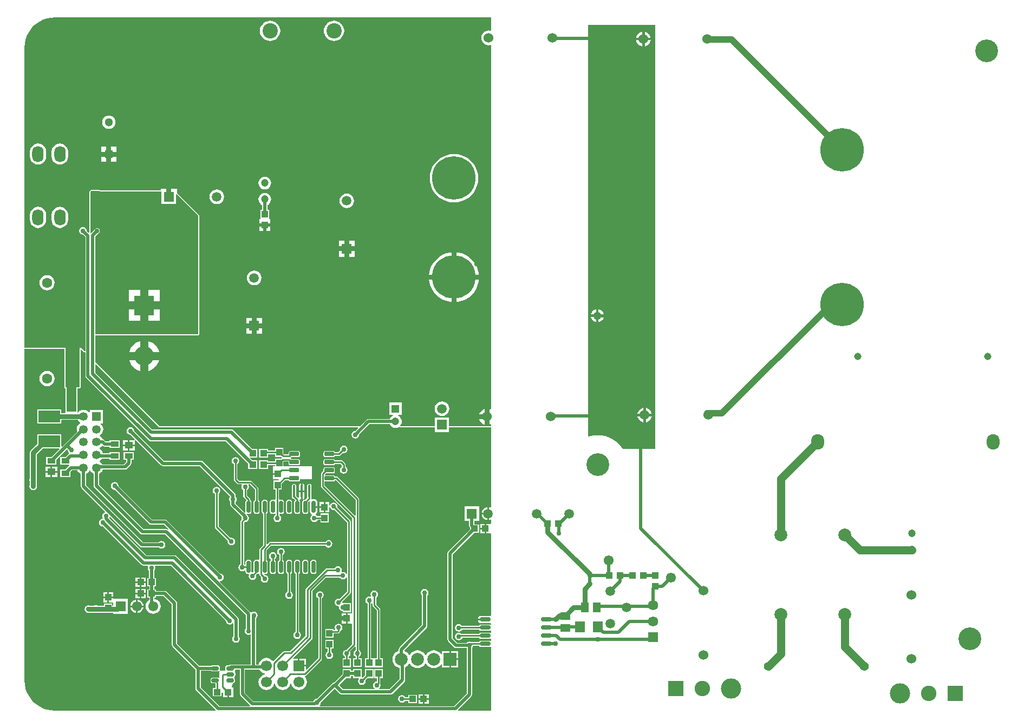
<source format=gbl>
G04*
G04 #@! TF.GenerationSoftware,Altium Limited,Altium Designer,20.0.13 (296)*
G04*
G04 Layer_Physical_Order=2*
G04 Layer_Color=16711680*
%FSLAX25Y25*%
%MOIN*%
G70*
G01*
G75*
%ADD10C,0.03000*%
%ADD11C,0.02000*%
%ADD15C,0.01000*%
%ADD30R,0.04300X0.03900*%
%ADD31R,0.03900X0.04300*%
%ADD32R,0.05118X0.05906*%
%ADD33R,0.05906X0.05118*%
%ADD35R,0.04331X0.03937*%
%ADD36R,0.03937X0.04331*%
%ADD89C,0.12500*%
%ADD94C,0.30000*%
%ADD104C,0.05000*%
%ADD116C,0.05000*%
%ADD117C,0.04000*%
%ADD124O,0.07000X0.10000*%
%ADD125C,0.05866*%
%ADD126R,0.06693X0.06693*%
%ADD127C,0.06693*%
%ADD128C,0.26772*%
%ADD129C,0.06102*%
%ADD130C,0.09500*%
%ADD131R,0.09500X0.09500*%
%ADD132R,0.12000X0.12000*%
%ADD133C,0.12000*%
%ADD134C,0.06300*%
%ADD135C,0.07874*%
%ADD136R,0.07874X0.07874*%
%ADD137R,0.06102X0.06102*%
%ADD138C,0.14000*%
%ADD139C,0.05315*%
%ADD140R,0.05315X0.05315*%
%ADD141C,0.04724*%
%ADD142C,0.05937*%
%ADD143R,0.05937X0.05937*%
%ADD144C,0.05906*%
%ADD145R,0.05906X0.05906*%
%ADD146R,0.05118X0.05118*%
%ADD147C,0.05118*%
%ADD148C,0.04500*%
%ADD149R,0.04724X0.04724*%
%ADD150R,0.06260X0.06260*%
%ADD151C,0.06260*%
%ADD152C,0.05512*%
%ADD153O,0.08000X0.09500*%
%ADD154C,0.06000*%
%ADD155R,0.05937X0.05937*%
%ADD156C,0.09449*%
%ADD157R,0.05906X0.05906*%
%ADD158C,0.03000*%
%ADD159C,0.04000*%
G04:AMPARAMS|DCode=160|XSize=65.4mil|YSize=23.5mil|CornerRadius=5.88mil|HoleSize=0mil|Usage=FLASHONLY|Rotation=0.000|XOffset=0mil|YOffset=0mil|HoleType=Round|Shape=RoundedRectangle|*
%AMROUNDEDRECTD160*
21,1,0.06540,0.01175,0,0,0.0*
21,1,0.05365,0.02350,0,0,0.0*
1,1,0.01175,0.02683,-0.00588*
1,1,0.01175,-0.02683,-0.00588*
1,1,0.01175,-0.02683,0.00588*
1,1,0.01175,0.02683,0.00588*
%
%ADD160ROUNDEDRECTD160*%
G04:AMPARAMS|DCode=161|XSize=23.62mil|YSize=74.8mil|CornerRadius=5.91mil|HoleSize=0mil|Usage=FLASHONLY|Rotation=180.000|XOffset=0mil|YOffset=0mil|HoleType=Round|Shape=RoundedRectangle|*
%AMROUNDEDRECTD161*
21,1,0.02362,0.06299,0,0,180.0*
21,1,0.01181,0.07480,0,0,180.0*
1,1,0.01181,-0.00591,0.03150*
1,1,0.01181,0.00591,0.03150*
1,1,0.01181,0.00591,-0.03150*
1,1,0.01181,-0.00591,-0.03150*
%
%ADD161ROUNDEDRECTD161*%
G04:AMPARAMS|DCode=162|XSize=15.75mil|YSize=78.74mil|CornerRadius=3.94mil|HoleSize=0mil|Usage=FLASHONLY|Rotation=180.000|XOffset=0mil|YOffset=0mil|HoleType=Round|Shape=RoundedRectangle|*
%AMROUNDEDRECTD162*
21,1,0.01575,0.07087,0,0,180.0*
21,1,0.00787,0.07874,0,0,180.0*
1,1,0.00787,-0.00394,0.03543*
1,1,0.00787,0.00394,0.03543*
1,1,0.00787,0.00394,-0.03543*
1,1,0.00787,-0.00394,-0.03543*
%
%ADD162ROUNDEDRECTD162*%
G04:AMPARAMS|DCode=163|XSize=23.62mil|YSize=47.24mil|CornerRadius=5.91mil|HoleSize=0mil|Usage=FLASHONLY|Rotation=90.000|XOffset=0mil|YOffset=0mil|HoleType=Round|Shape=RoundedRectangle|*
%AMROUNDEDRECTD163*
21,1,0.02362,0.03543,0,0,90.0*
21,1,0.01181,0.04724,0,0,90.0*
1,1,0.01181,0.01772,0.00591*
1,1,0.01181,0.01772,-0.00591*
1,1,0.01181,-0.01772,-0.00591*
1,1,0.01181,-0.01772,0.00591*
%
%ADD163ROUNDEDRECTD163*%
%ADD164R,0.06299X0.07087*%
%ADD165R,0.13386X0.07480*%
%ADD166R,0.05118X0.04331*%
%ADD167R,0.05118X0.03543*%
G04:AMPARAMS|DCode=168|XSize=23.62mil|YSize=57.09mil|CornerRadius=2.01mil|HoleSize=0mil|Usage=FLASHONLY|Rotation=90.000|XOffset=0mil|YOffset=0mil|HoleType=Round|Shape=RoundedRectangle|*
%AMROUNDEDRECTD168*
21,1,0.02362,0.05307,0,0,90.0*
21,1,0.01961,0.05709,0,0,90.0*
1,1,0.00402,0.02653,0.00980*
1,1,0.00402,0.02653,-0.00980*
1,1,0.00402,-0.02653,-0.00980*
1,1,0.00402,-0.02653,0.00980*
%
%ADD168ROUNDEDRECTD168*%
%ADD169R,0.06000X0.06000*%
%ADD170R,0.06000X0.12000*%
%ADD171R,0.06000X0.11000*%
%ADD172R,0.08669X0.29000*%
%ADD173R,0.02536X0.01500*%
G36*
X20193Y429092D02*
X288851D01*
Y421209D01*
X288351Y420902D01*
X287315Y421039D01*
X286140Y420884D01*
X285046Y420431D01*
X284105Y419709D01*
X283384Y418769D01*
X282931Y417675D01*
X282776Y416500D01*
X282931Y415325D01*
X283384Y414231D01*
X284105Y413291D01*
X285046Y412569D01*
X286140Y412116D01*
X287315Y411961D01*
X288351Y412098D01*
X288851Y411791D01*
Y187903D01*
X288351Y187569D01*
X287815Y187791D01*
Y183000D01*
Y178209D01*
X288351Y178431D01*
X288851Y178097D01*
Y177000D01*
X263035D01*
Y182547D01*
X254098D01*
Y177000D01*
X233196D01*
X232950Y177500D01*
X233374Y178052D01*
X233763Y178992D01*
X233895Y180000D01*
X233763Y181008D01*
X233374Y181948D01*
X232755Y182755D01*
X231948Y183374D01*
X231614Y183512D01*
X231714Y184012D01*
X233862D01*
Y191736D01*
X226138D01*
Y184012D01*
X228286D01*
X228386Y183512D01*
X228052Y183374D01*
X227245Y182755D01*
X226626Y181948D01*
X226495Y181631D01*
X213354D01*
X212730Y181507D01*
X212201Y181154D01*
X208047Y177000D01*
X85000D01*
X45331Y216669D01*
Y233162D01*
X108574Y233162D01*
X109033Y233352D01*
X109223Y233811D01*
X109223Y306926D01*
X109033Y307385D01*
X95846Y320572D01*
X95727Y320621D01*
X95636Y320713D01*
X95507D01*
X95425Y320746D01*
Y323453D01*
X91972D01*
Y318500D01*
X88972D01*
Y323453D01*
X85520D01*
Y322624D01*
X53698D01*
X42544Y322649D01*
X42544Y322649D01*
X42544Y322649D01*
X42318Y322555D01*
X42085Y322460D01*
X42085Y322459D01*
X42084Y322459D01*
X41730Y322106D01*
X41730Y322105D01*
X41730Y322105D01*
X41635Y321875D01*
X41539Y321647D01*
X41540Y321646D01*
X41539Y321646D01*
Y296635D01*
X41039Y296427D01*
X39999Y297468D01*
X40005Y297500D01*
X39826Y298397D01*
X39318Y299158D01*
X38557Y299667D01*
X37660Y299845D01*
X36762Y299667D01*
X36002Y299158D01*
X35493Y298397D01*
X35315Y297500D01*
X35493Y296603D01*
X36002Y295842D01*
X36762Y295333D01*
X37660Y295155D01*
X37692Y295161D01*
X39069Y293784D01*
Y223585D01*
X38607Y223393D01*
X36500Y225500D01*
X1569Y225500D01*
Y410468D01*
X1557Y410530D01*
X1712Y412901D01*
X2188Y415293D01*
X2972Y417602D01*
X4050Y419789D01*
X5405Y421816D01*
X7012Y423649D01*
X8846Y425256D01*
X10873Y426611D01*
X13060Y427690D01*
X15369Y428473D01*
X17760Y428949D01*
X20131Y429104D01*
X20193Y429092D01*
D02*
G37*
G36*
X53697Y321974D02*
X86020D01*
Y314047D01*
X94925D01*
Y319921D01*
X95387Y320113D01*
X108574Y306926D01*
X108574Y233811D01*
X45331Y233811D01*
Y294184D01*
X47494Y296346D01*
X47847Y296876D01*
X47971Y297500D01*
X47847Y298124D01*
X47494Y298654D01*
X46964Y299007D01*
X46340Y299131D01*
X45716Y299007D01*
X45187Y298654D01*
X42689Y296156D01*
X42189Y296357D01*
Y321646D01*
X42543Y321999D01*
X53697Y321974D01*
D02*
G37*
G36*
X26181Y224851D02*
Y201000D01*
X26371Y200541D01*
X26831Y200351D01*
X26851D01*
Y198000D01*
X26900Y197881D01*
Y190400D01*
Y185792D01*
X26444Y185293D01*
X24293Y185299D01*
Y187517D01*
X9707D01*
Y178837D01*
X24293D01*
Y180663D01*
X24647Y181016D01*
X34395Y180990D01*
X35035Y180157D01*
X35903Y179490D01*
X36037Y179435D01*
Y178935D01*
X35903Y178880D01*
X35035Y178213D01*
X34369Y177345D01*
X33950Y176333D01*
X33807Y175248D01*
X33950Y174163D01*
X34048Y173926D01*
X26770Y166648D01*
X24755Y164633D01*
X24293Y164824D01*
Y172163D01*
X9707D01*
Y166511D01*
X5486Y162290D01*
X5022Y161595D01*
X4859Y160776D01*
Y144884D01*
X4833Y144846D01*
X4655Y143949D01*
X4833Y143051D01*
X4859Y143013D01*
Y140935D01*
X4833Y140897D01*
X4655Y140000D01*
X4833Y139103D01*
X5342Y138342D01*
X6103Y137833D01*
X7000Y137655D01*
X7897Y137833D01*
X8658Y138342D01*
X9166Y139103D01*
X9345Y140000D01*
X9166Y140897D01*
X9141Y140935D01*
Y143013D01*
X9166Y143051D01*
X9345Y143949D01*
X9166Y144846D01*
X9141Y144884D01*
Y159889D01*
X12735Y163483D01*
X22951D01*
X23143Y163021D01*
X18234Y158112D01*
X15010D01*
Y153368D01*
X21328D01*
Y156592D01*
X27739Y163003D01*
X28245Y162497D01*
X28239Y162465D01*
X28418Y161568D01*
X28926Y160807D01*
X28995Y160761D01*
Y160159D01*
X28837Y160054D01*
X26895Y158112D01*
X23672D01*
Y153368D01*
X29025D01*
X29177Y152868D01*
X29043Y152779D01*
X26895Y150631D01*
X23672D01*
Y145888D01*
X29990D01*
Y149112D01*
X30873Y149995D01*
X34176D01*
X34369Y149529D01*
X35035Y148661D01*
X35903Y147994D01*
X36369Y147802D01*
Y140000D01*
X36493Y139376D01*
X36847Y138847D01*
X51209Y124484D01*
X51064Y124005D01*
X50911Y123975D01*
X50150Y123466D01*
X49641Y122705D01*
X49463Y121808D01*
X49641Y120911D01*
X49830Y120628D01*
X49829Y120603D01*
X49577Y120107D01*
X48911Y119975D01*
X48150Y119466D01*
X47641Y118705D01*
X47463Y117808D01*
X47641Y116911D01*
X48150Y116150D01*
X48911Y115641D01*
X49808Y115463D01*
X49840Y115469D01*
X73583Y91726D01*
X74112Y91373D01*
X74736Y91249D01*
X77531D01*
X77767Y90807D01*
X77680Y90677D01*
X77501Y89780D01*
X77680Y88882D01*
X78188Y88122D01*
X78215Y88104D01*
Y83569D01*
X77081D01*
Y78431D01*
X78406D01*
Y76569D01*
X77081D01*
Y71431D01*
X78406D01*
Y70039D01*
X77557Y69388D01*
X76828Y68437D01*
X76369Y67330D01*
X76213Y66142D01*
X76369Y64954D01*
X76828Y63846D01*
X77557Y62896D01*
X78508Y62166D01*
X79615Y61708D01*
X80803Y61551D01*
X81991Y61708D01*
X83098Y62166D01*
X84049Y62896D01*
X84779Y63846D01*
X85237Y64954D01*
X85394Y66142D01*
X85237Y67330D01*
X84779Y68437D01*
X84049Y69388D01*
X83098Y70117D01*
X81991Y70576D01*
X81669Y70618D01*
Y71431D01*
X82612D01*
Y72369D01*
X87324D01*
X92369Y67324D01*
Y42469D01*
X92493Y41844D01*
X92847Y41315D01*
X106857Y27305D01*
Y15512D01*
X106981Y14887D01*
X107335Y14358D01*
X119348Y2345D01*
X119141Y1845D01*
X20193D01*
X20131Y1833D01*
X17760Y1988D01*
X15369Y2464D01*
X13060Y3247D01*
X10873Y4326D01*
X8846Y5680D01*
X7012Y7288D01*
X5405Y9121D01*
X4050Y11148D01*
X2972Y13335D01*
X2188Y15644D01*
X1712Y18035D01*
X1557Y20407D01*
X1569Y20469D01*
Y224851D01*
X26181Y224851D01*
D02*
G37*
G36*
X38148Y222934D02*
X38267Y222885D01*
X38358Y222793D01*
X38487D01*
X38607Y222744D01*
X39069Y222482D01*
Y208257D01*
X39193Y207633D01*
X39546Y207104D01*
X78423Y168227D01*
X78952Y167873D01*
X79577Y167749D01*
X125534D01*
X139341Y153943D01*
Y150950D01*
X144841D01*
Y156050D01*
X141848D01*
X140410Y157488D01*
X140601Y157950D01*
X144841D01*
Y163050D01*
X141848D01*
X130121Y174777D01*
X129592Y175130D01*
X128967Y175255D01*
X80252D01*
X45331Y210176D01*
Y215097D01*
X45793Y215288D01*
X84541Y176541D01*
X85000Y176350D01*
X206745D01*
X206936Y175889D01*
X205315Y174268D01*
X205283Y174274D01*
X204386Y174096D01*
X203625Y173587D01*
X203117Y172827D01*
X202939Y171929D01*
X203117Y171032D01*
X203625Y170271D01*
X204386Y169763D01*
X205283Y169584D01*
X206181Y169763D01*
X206942Y170271D01*
X207450Y171032D01*
X207629Y171929D01*
X207622Y171961D01*
X214030Y178369D01*
X226495D01*
X226626Y178052D01*
X227245Y177245D01*
X228052Y176626D01*
X228992Y176237D01*
X230000Y176104D01*
X231008Y176237D01*
X231948Y176626D01*
X232189Y176812D01*
X232505Y176738D01*
X232718Y176587D01*
X232737Y176541D01*
X232875Y176484D01*
X232988Y176385D01*
X233096Y176392D01*
X233196Y176350D01*
X254098D01*
Y173610D01*
X263035D01*
Y176350D01*
X288851D01*
Y127294D01*
X288435Y127016D01*
X288036Y127181D01*
X287500Y127252D01*
Y123315D01*
Y119378D01*
X288036Y119449D01*
X288435Y119614D01*
X288851Y119336D01*
Y117328D01*
X288512Y116969D01*
X288351Y116969D01*
X285846D01*
Y114000D01*
Y111031D01*
X288351D01*
X288512Y111031D01*
X288851Y110672D01*
Y60393D01*
X288351Y60109D01*
X287864Y60206D01*
X282499D01*
X281879Y60083D01*
X281354Y59732D01*
X281003Y59207D01*
X280880Y58587D01*
Y57412D01*
X281003Y56793D01*
X281354Y56268D01*
X281879Y55917D01*
X282499Y55794D01*
X287864D01*
X288351Y55891D01*
X288851Y55607D01*
Y54958D01*
X288351Y54690D01*
X288327Y54706D01*
X287864Y54798D01*
X282499D01*
X282035Y54706D01*
X281642Y54444D01*
X281427Y54122D01*
X270914D01*
X270658Y54505D01*
X269897Y55013D01*
X269000Y55191D01*
X268103Y55013D01*
X267342Y54505D01*
X266833Y53744D01*
X266655Y52846D01*
X266833Y51949D01*
X267342Y51188D01*
X268103Y50680D01*
X269000Y50501D01*
X269897Y50680D01*
X270658Y51188D01*
X271119Y51878D01*
X281427D01*
X281642Y51556D01*
X282035Y51294D01*
X282499Y51202D01*
X287864D01*
X288327Y51294D01*
X288351Y51310D01*
X288851Y51042D01*
Y49958D01*
X288351Y49690D01*
X288327Y49706D01*
X287864Y49798D01*
X282499D01*
X282035Y49706D01*
X281642Y49444D01*
X281427Y49122D01*
X270683D01*
X270658Y49158D01*
X269897Y49667D01*
X269000Y49845D01*
X268103Y49667D01*
X267342Y49158D01*
X266833Y48397D01*
X266655Y47500D01*
X266833Y46603D01*
X267342Y45842D01*
X268103Y45333D01*
X269000Y45155D01*
X269897Y45333D01*
X270658Y45842D01*
X271167Y46603D01*
X271221Y46878D01*
X281427D01*
X281642Y46556D01*
X282035Y46294D01*
X282499Y46202D01*
X287864D01*
X288327Y46294D01*
X288351Y46310D01*
X288851Y46042D01*
Y44958D01*
X288351Y44690D01*
X288327Y44706D01*
X287864Y44798D01*
X282499D01*
X282035Y44706D01*
X281642Y44444D01*
X281427Y44122D01*
X276763D01*
X276533Y44076D01*
X276397Y44167D01*
X275500Y44345D01*
X274603Y44167D01*
X273842Y43658D01*
X273824Y43631D01*
X267926D01*
X265194Y46363D01*
Y98234D01*
X278392Y111432D01*
X281419D01*
Y116569D01*
X278631D01*
Y118846D01*
X281469D01*
Y127784D01*
X272532D01*
Y118846D01*
X275369D01*
Y115654D01*
X275493Y115029D01*
X275847Y114500D01*
X275888Y114458D01*
Y113542D01*
X262409Y100063D01*
X262056Y99534D01*
X261932Y98909D01*
Y45687D01*
X262056Y45063D01*
X262409Y44534D01*
X266096Y40846D01*
X266626Y40493D01*
X267250Y40369D01*
X273824D01*
X273842Y40342D01*
X273869Y40324D01*
Y12365D01*
X266135Y4631D01*
X183384D01*
X183232Y5131D01*
X183310Y5183D01*
X183818Y5944D01*
X183997Y6842D01*
X183990Y6873D01*
X192639Y15522D01*
X195884Y12278D01*
X196413Y11924D01*
X197037Y11800D01*
X226969D01*
X227594Y11924D01*
X228123Y12278D01*
X235378Y19533D01*
X235732Y20062D01*
X235856Y20687D01*
Y28565D01*
X236305Y28751D01*
X237441Y29622D01*
X238286Y30724D01*
X238555Y30760D01*
X238571D01*
X238840Y30724D01*
X239685Y29622D01*
X240821Y28751D01*
X242144Y28203D01*
X243563Y28016D01*
X244982Y28203D01*
X246305Y28751D01*
X247441Y29622D01*
X248287Y30724D01*
X248555Y30760D01*
X248571D01*
X248839Y30724D01*
X249685Y29622D01*
X250821Y28751D01*
X252144Y28203D01*
X253563Y28016D01*
X254982Y28203D01*
X256305Y28751D01*
X257441Y29622D01*
X258126Y30515D01*
X258626Y30346D01*
Y28563D01*
X263063D01*
Y33500D01*
Y38437D01*
X258626D01*
Y36654D01*
X258126Y36485D01*
X257441Y37378D01*
X256305Y38249D01*
X254982Y38797D01*
X253563Y38984D01*
X252144Y38797D01*
X250821Y38249D01*
X249685Y37378D01*
X248839Y36276D01*
X248571Y36240D01*
X248555D01*
X248287Y36276D01*
X247441Y37378D01*
X246305Y38249D01*
X244982Y38797D01*
X243563Y38984D01*
X242144Y38797D01*
X240821Y38249D01*
X239685Y37378D01*
X238840Y36276D01*
X238571Y36240D01*
X238555D01*
X238286Y36276D01*
X237441Y37378D01*
X236305Y38249D01*
X235568Y38554D01*
X235451Y39144D01*
X249153Y52846D01*
X249507Y53376D01*
X249631Y54000D01*
X249631Y54000D01*
Y72824D01*
X249658Y72842D01*
X250167Y73603D01*
X250345Y74500D01*
X250167Y75397D01*
X249658Y76158D01*
X248897Y76666D01*
X248000Y76845D01*
X247103Y76666D01*
X246342Y76158D01*
X245833Y75397D01*
X245655Y74500D01*
X245833Y73603D01*
X246342Y72842D01*
X246369Y72824D01*
Y54676D01*
X232410Y40716D01*
X232056Y40187D01*
X231932Y39563D01*
Y38709D01*
X230821Y38249D01*
X229685Y37378D01*
X228814Y36242D01*
X228266Y34919D01*
X228079Y33500D01*
X228266Y32081D01*
X228814Y30758D01*
X229685Y29622D01*
X230821Y28751D01*
X232144Y28203D01*
X232593Y28144D01*
Y21362D01*
X226294Y15063D01*
X219892D01*
X219741Y15563D01*
X220158Y15842D01*
X220667Y16603D01*
X220845Y17500D01*
X220667Y18397D01*
X220634Y18446D01*
X220685Y18700D01*
Y21904D01*
X222113D01*
Y27404D01*
X217013D01*
Y21904D01*
X218441D01*
Y19833D01*
X217603Y19667D01*
X216842Y19158D01*
X216333Y18397D01*
X216155Y17500D01*
X216333Y16603D01*
X216842Y15842D01*
X217259Y15563D01*
X217108Y15063D01*
X197713D01*
X195215Y17561D01*
X199557Y21903D01*
X202550D01*
Y23085D01*
X203950D01*
Y21967D01*
X207222D01*
X207464Y21466D01*
X207083Y20897D01*
X206905Y20000D01*
X207083Y19103D01*
X207592Y18342D01*
X208353Y17833D01*
X209250Y17655D01*
X210147Y17833D01*
X210908Y18342D01*
X211417Y19103D01*
X211595Y20000D01*
X211464Y20658D01*
X212710Y21904D01*
X216424D01*
Y27404D01*
X211324D01*
Y23690D01*
X209858Y22224D01*
X209250Y22345D01*
X209050Y22509D01*
Y27466D01*
X203950D01*
Y26348D01*
X202550D01*
Y27404D01*
X197450D01*
Y24411D01*
X192197Y19158D01*
X191747Y19068D01*
X191218Y18715D01*
X181683Y9180D01*
X181652Y9187D01*
X180754Y9008D01*
X179993Y8500D01*
X179485Y7739D01*
X179464Y7631D01*
X142676D01*
X137342Y12965D01*
Y27030D01*
X146286D01*
X147044Y26043D01*
X148056Y25267D01*
X149235Y24778D01*
X149433Y24752D01*
Y24248D01*
X149235Y24222D01*
X148056Y23733D01*
X147044Y22956D01*
X146267Y21944D01*
X145778Y20765D01*
X145612Y19500D01*
X145778Y18235D01*
X146267Y17056D01*
X147044Y16044D01*
X148056Y15267D01*
X149235Y14778D01*
X150500Y14612D01*
X151765Y14778D01*
X152944Y15267D01*
X153956Y16044D01*
X154733Y17056D01*
X155222Y18235D01*
X155248Y18433D01*
X155752D01*
X155778Y18235D01*
X156267Y17056D01*
X157044Y16044D01*
X158056Y15267D01*
X159235Y14778D01*
X160500Y14612D01*
X161765Y14778D01*
X162944Y15267D01*
X163956Y16044D01*
X164733Y17056D01*
X165222Y18235D01*
X165248Y18433D01*
X165752D01*
X165778Y18235D01*
X166267Y17056D01*
X167043Y16044D01*
X168056Y15267D01*
X169235Y14778D01*
X170500Y14612D01*
X171765Y14778D01*
X172944Y15267D01*
X173957Y16044D01*
X174733Y17056D01*
X175222Y18235D01*
X175388Y19500D01*
X175222Y20765D01*
X174733Y21944D01*
X174134Y22725D01*
X174140Y22840D01*
X174350Y23263D01*
X174590Y23310D01*
X174954Y23553D01*
X184293Y32893D01*
X184293Y32893D01*
X184536Y33257D01*
X184622Y33686D01*
Y71007D01*
X185158Y71365D01*
X185667Y72126D01*
X185845Y73024D01*
X185667Y73921D01*
X185158Y74682D01*
X184397Y75190D01*
X183500Y75369D01*
X182603Y75190D01*
X181842Y74682D01*
X181333Y73921D01*
X181155Y73024D01*
X181333Y72126D01*
X181842Y71365D01*
X182378Y71007D01*
Y34150D01*
X175308Y27080D01*
X174846Y27272D01*
Y29000D01*
X170500D01*
Y29500D01*
X170000D01*
Y33846D01*
X167086D01*
X166894Y34308D01*
X178489Y45903D01*
X178489Y45903D01*
X178733Y46267D01*
X178818Y46696D01*
X178818Y46696D01*
Y75732D01*
X186965Y83878D01*
X195620D01*
X195979Y83342D01*
X196740Y82833D01*
X197637Y82655D01*
X198534Y82833D01*
X199295Y83342D01*
X199654Y83879D01*
X200154Y83727D01*
Y75264D01*
X195596Y70705D01*
X194963Y70831D01*
X194065Y70653D01*
X193305Y70145D01*
X192796Y69384D01*
X192618Y68486D01*
X192796Y67589D01*
X193305Y66828D01*
X194065Y66320D01*
X194840Y66166D01*
X195177Y65713D01*
X195155Y65604D01*
X195333Y64706D01*
X195842Y63945D01*
X196603Y63437D01*
X197432Y63272D01*
Y62581D01*
X202569D01*
Y68112D01*
X197743D01*
X197318Y68477D01*
X197294Y68555D01*
X197182Y69119D01*
X202069Y74006D01*
X202312Y74370D01*
X202397Y74799D01*
X202397Y74799D01*
Y118390D01*
X202397Y118390D01*
X202312Y118819D01*
X202069Y119183D01*
X202069Y119183D01*
X194219Y127032D01*
X194345Y127665D01*
X194167Y128563D01*
X193658Y129324D01*
X192897Y129832D01*
X192000Y130010D01*
X191103Y129832D01*
X190342Y129324D01*
X189833Y128563D01*
X189779Y128292D01*
X189279Y128341D01*
Y130472D01*
X186811D01*
Y127307D01*
Y124142D01*
X189279D01*
Y126990D01*
X189779Y127039D01*
X189833Y126768D01*
X190342Y126007D01*
X191103Y125499D01*
X192000Y125320D01*
X192633Y125446D01*
X200154Y117925D01*
Y86273D01*
X199654Y86121D01*
X199295Y86658D01*
X198534Y87167D01*
X197637Y87345D01*
X197090Y87236D01*
X196917Y87414D01*
X196749Y87678D01*
X196912Y88500D01*
X196733Y89397D01*
X196225Y90158D01*
X195464Y90667D01*
X194567Y90845D01*
X193670Y90667D01*
X192909Y90158D01*
X192550Y89622D01*
X187737D01*
X187737Y89622D01*
X187308Y89536D01*
X186944Y89293D01*
X186944Y89293D01*
X174952Y77301D01*
X174709Y76937D01*
X174624Y76508D01*
X174624Y76508D01*
Y48056D01*
X165189Y38622D01*
X161646D01*
X161646Y38622D01*
X161217Y38536D01*
X160853Y38293D01*
X160853Y38293D01*
X154902Y32342D01*
X154403Y32375D01*
X153956Y32956D01*
X152944Y33733D01*
X151765Y34222D01*
X150500Y34388D01*
X149235Y34222D01*
X148056Y33733D01*
X147044Y32956D01*
X146267Y31944D01*
X145778Y30765D01*
X145716Y30293D01*
X144285D01*
Y58746D01*
X144508Y58895D01*
X145017Y59656D01*
X145195Y60553D01*
X145017Y61451D01*
X144508Y62212D01*
X143747Y62720D01*
X142850Y62899D01*
X141953Y62720D01*
X141393Y62346D01*
X140817Y62391D01*
X140736Y62430D01*
X140654Y62554D01*
X122029Y81178D01*
X122216Y81698D01*
X122897Y81833D01*
X123658Y82342D01*
X124167Y83103D01*
X124345Y84000D01*
X124167Y84897D01*
X123658Y85658D01*
X122897Y86167D01*
X122179Y86309D01*
X89335Y119153D01*
X88805Y119507D01*
X88181Y119631D01*
X80171D01*
X59508Y140294D01*
X59514Y140326D01*
X59336Y141223D01*
X58828Y141984D01*
X58067Y142492D01*
X57169Y142671D01*
X56272Y142492D01*
X55511Y141984D01*
X55003Y141223D01*
X54824Y140326D01*
X55003Y139429D01*
X55511Y138668D01*
X56272Y138159D01*
X57169Y137981D01*
X57201Y137987D01*
X78342Y116847D01*
X78871Y116493D01*
X79495Y116369D01*
X87505D01*
X90151Y113723D01*
X89833Y113334D01*
X89424Y113607D01*
X88800Y113731D01*
X74776D01*
X47505Y141002D01*
Y147802D01*
X47971Y147994D01*
X48839Y148661D01*
X49506Y149529D01*
X49853Y150369D01*
X63468D01*
X64093Y150493D01*
X64622Y150847D01*
X66984Y153209D01*
X67338Y153738D01*
X67462Y154362D01*
Y156388D01*
X68990D01*
Y161132D01*
X62672D01*
Y156388D01*
X64199D01*
Y155038D01*
X62793Y153631D01*
X49543D01*
X49506Y153723D01*
X48839Y154591D01*
X47971Y155257D01*
X47837Y155313D01*
Y155813D01*
X47971Y155868D01*
X48839Y156535D01*
X49295Y157129D01*
X54010D01*
Y156388D01*
X60328D01*
Y161132D01*
X54010D01*
Y160391D01*
X49950D01*
X49924Y160585D01*
X49506Y161597D01*
X48839Y162465D01*
X47971Y163131D01*
X47837Y163187D01*
Y163687D01*
X47971Y163742D01*
X48839Y164409D01*
X49264Y164962D01*
X49838Y165085D01*
X49919Y165038D01*
X50376Y164733D01*
X51000Y164609D01*
X54010D01*
Y163868D01*
X60328D01*
Y168612D01*
X54010D01*
Y167871D01*
X51676D01*
X51020Y168527D01*
X50490Y168881D01*
X49866Y169005D01*
X49698D01*
X49506Y169471D01*
X48839Y170339D01*
X47971Y171006D01*
X47837Y171061D01*
Y171561D01*
X47971Y171616D01*
X48839Y172283D01*
X49506Y173151D01*
X49924Y174163D01*
X50067Y175248D01*
X49924Y176333D01*
X49506Y177345D01*
X48839Y178213D01*
X48512Y178465D01*
X48681Y178965D01*
X50032D01*
Y187279D01*
X41717D01*
Y185929D01*
X41216Y185760D01*
X40965Y186087D01*
X40097Y186754D01*
X39085Y187172D01*
X38000Y187315D01*
X36915Y187172D01*
X35903Y186754D01*
X35035Y186087D01*
X34600Y185521D01*
X34100Y185690D01*
Y190400D01*
Y197881D01*
X34149Y198000D01*
Y200351D01*
X35500D01*
X35959Y200541D01*
X36149Y201000D01*
Y224225D01*
X36649Y224432D01*
X38148Y222934D01*
D02*
G37*
G36*
X390000Y163150D02*
X369821Y163150D01*
X368891Y164542D01*
X367326Y166326D01*
X365542Y167891D01*
X363569Y169209D01*
X361441Y170258D01*
X359195Y171021D01*
X356868Y171484D01*
X354500Y171639D01*
X352132Y171484D01*
X349805Y171021D01*
X348901Y170714D01*
X348495Y171005D01*
Y424500D01*
X390000D01*
X390000Y163150D01*
D02*
G37*
G36*
X42243Y149529D02*
X42909Y148661D01*
X43777Y147994D01*
X44243Y147802D01*
Y140326D01*
X44367Y139702D01*
X44721Y139172D01*
X72947Y110947D01*
X73476Y110593D01*
X74100Y110469D01*
X88124D01*
X137869Y60724D01*
Y52653D01*
X137842Y52635D01*
X137333Y51874D01*
X137155Y50976D01*
X137333Y50079D01*
X137842Y49318D01*
X138603Y48810D01*
X139500Y48631D01*
X140397Y48810D01*
X140581Y48933D01*
X141022Y48697D01*
Y30293D01*
X128768D01*
X128143Y30169D01*
X127614Y29815D01*
X127584Y29785D01*
X126315D01*
X125850Y29692D01*
X125457Y29429D01*
X125194Y29035D01*
X125101Y28571D01*
Y27390D01*
X125194Y26925D01*
X125196Y26921D01*
X124929Y26421D01*
X122216D01*
X122136Y26341D01*
X121748Y26660D01*
X121925Y26925D01*
X122017Y27390D01*
Y28571D01*
X121925Y29035D01*
X121661Y29429D01*
X121268Y29692D01*
X120803Y29785D01*
X117260D01*
X116795Y29692D01*
X116675Y29612D01*
X109164D01*
X95631Y43144D01*
Y68000D01*
X95507Y68624D01*
X95153Y69153D01*
X89153Y75153D01*
X88624Y75507D01*
X88000Y75631D01*
X82612D01*
Y76569D01*
X81669D01*
Y78431D01*
X82612D01*
Y83569D01*
X81669D01*
Y88368D01*
X82013Y88882D01*
X82191Y89780D01*
X82013Y90677D01*
X81926Y90807D01*
X82162Y91249D01*
X91720D01*
X125661Y57307D01*
X125655Y57276D01*
X125833Y56378D01*
X126342Y55617D01*
X127103Y55109D01*
X128000Y54931D01*
X128897Y55109D01*
X129658Y55617D01*
X129695Y55673D01*
X130195Y55521D01*
Y47676D01*
X130169Y47658D01*
X129660Y46897D01*
X129482Y46000D01*
X129660Y45103D01*
X130169Y44342D01*
X130929Y43833D01*
X131827Y43655D01*
X132724Y43833D01*
X133485Y44342D01*
X133993Y45103D01*
X134172Y46000D01*
X133993Y46897D01*
X133485Y47658D01*
X133458Y47676D01*
Y58173D01*
X133458Y58173D01*
X133334Y58798D01*
X132980Y59327D01*
X95153Y97154D01*
X94624Y97507D01*
X94000Y97631D01*
X76676D01*
X53743Y120564D01*
X53974Y120911D01*
X54005Y121064D01*
X54484Y121209D01*
X72847Y102847D01*
X73376Y102493D01*
X74000Y102369D01*
X84324D01*
X84342Y102342D01*
X85103Y101833D01*
X86000Y101655D01*
X86897Y101833D01*
X87658Y102342D01*
X88166Y103103D01*
X88345Y104000D01*
X88166Y104897D01*
X87658Y105658D01*
X86897Y106167D01*
X86000Y106345D01*
X85103Y106167D01*
X84342Y105658D01*
X84324Y105631D01*
X74676D01*
X39631Y140676D01*
Y147802D01*
X40097Y147994D01*
X40965Y148661D01*
X41631Y149529D01*
X41687Y149663D01*
X42187D01*
X42243Y149529D01*
D02*
G37*
G36*
X134079Y12289D02*
X134204Y11665D01*
X134557Y11136D01*
X140562Y5131D01*
X140355Y4631D01*
X121676D01*
X110120Y16187D01*
Y26349D01*
X116675D01*
X116795Y26268D01*
X117260Y26176D01*
X120803D01*
X121268Y26268D01*
X121533Y26445D01*
X121852Y26057D01*
X121577Y25783D01*
Y22561D01*
X121077Y22250D01*
X120803Y22304D01*
X117260D01*
X116795Y22212D01*
X116402Y21949D01*
X116138Y21555D01*
X116046Y21091D01*
Y19909D01*
X116138Y19445D01*
X116402Y19051D01*
X116795Y18788D01*
X117260Y18696D01*
X119162D01*
Y15790D01*
X117463D01*
Y10690D01*
X122963D01*
Y12740D01*
X123756D01*
Y10290D01*
X130055D01*
Y16190D01*
X129645D01*
X129339Y16586D01*
X129886Y18701D01*
X130323Y18788D01*
X130717Y19051D01*
X130980Y19445D01*
X131072Y19909D01*
Y21091D01*
X130980Y21555D01*
X130724Y21938D01*
X130842Y22394D01*
X131005Y22503D01*
X131357Y23029D01*
X131480Y23650D01*
Y24831D01*
X131357Y25451D01*
X131049Y25912D01*
Y26421D01*
X131049Y26421D01*
X131049D01*
X131277Y26823D01*
X131450Y27030D01*
X134079D01*
Y12289D01*
D02*
G37*
G36*
X281642Y41556D02*
X282035Y41294D01*
X282499Y41202D01*
X287864D01*
X288327Y41294D01*
X288351Y41310D01*
X288851Y41042D01*
Y1845D01*
X268670D01*
X268463Y2345D01*
X276654Y10535D01*
X277007Y11065D01*
X277131Y11689D01*
Y40324D01*
X277158Y40342D01*
X277667Y41103D01*
X277821Y41878D01*
X281427D01*
X281642Y41556D01*
D02*
G37*
%LPC*%
G36*
X192170Y427055D02*
X190950Y426934D01*
X189777Y426578D01*
X188695Y426000D01*
X187748Y425223D01*
X186970Y424275D01*
X186392Y423194D01*
X186036Y422020D01*
X185916Y420800D01*
X186036Y419580D01*
X186392Y418406D01*
X186970Y417325D01*
X187748Y416377D01*
X188695Y415599D01*
X189777Y415022D01*
X190950Y414666D01*
X192170Y414545D01*
X193390Y414666D01*
X194564Y415022D01*
X195645Y415599D01*
X196593Y416377D01*
X197371Y417325D01*
X197949Y418406D01*
X198304Y419580D01*
X198425Y420800D01*
X198304Y422020D01*
X197949Y423194D01*
X197371Y424275D01*
X196593Y425223D01*
X195645Y426000D01*
X194564Y426578D01*
X193390Y426934D01*
X192170Y427055D01*
D02*
G37*
G36*
X152800D02*
X151580Y426934D01*
X150407Y426578D01*
X149325Y426000D01*
X148377Y425223D01*
X147599Y424275D01*
X147022Y423194D01*
X146666Y422020D01*
X146546Y420800D01*
X146666Y419580D01*
X147022Y418406D01*
X147599Y417325D01*
X148377Y416377D01*
X149325Y415599D01*
X150407Y415022D01*
X151580Y414666D01*
X152800Y414545D01*
X154020Y414666D01*
X155193Y415022D01*
X156275Y415599D01*
X157223Y416377D01*
X158001Y417325D01*
X158578Y418406D01*
X158934Y419580D01*
X159055Y420800D01*
X158934Y422020D01*
X158578Y423194D01*
X158001Y424275D01*
X157223Y425223D01*
X156275Y426000D01*
X155193Y426578D01*
X154020Y426934D01*
X152800Y427055D01*
D02*
G37*
G36*
X53500Y368594D02*
X52440Y368455D01*
X51453Y368046D01*
X50605Y367395D01*
X49954Y366547D01*
X49545Y365560D01*
X49406Y364500D01*
X49545Y363440D01*
X49954Y362453D01*
X50605Y361605D01*
X51453Y360954D01*
X52440Y360545D01*
X53500Y360406D01*
X54560Y360545D01*
X55547Y360954D01*
X56395Y361605D01*
X57046Y362453D01*
X57455Y363440D01*
X57594Y364500D01*
X57455Y365560D01*
X57046Y366547D01*
X56395Y367395D01*
X55547Y368046D01*
X54560Y368455D01*
X53500Y368594D01*
D02*
G37*
G36*
X58059Y349374D02*
X55000D01*
Y346315D01*
X58059D01*
Y349374D01*
D02*
G37*
G36*
X52000D02*
X48941D01*
Y346315D01*
X52000D01*
Y349374D01*
D02*
G37*
G36*
X58059Y343315D02*
X55000D01*
Y340256D01*
X58059D01*
Y343315D01*
D02*
G37*
G36*
X52000D02*
X48941D01*
Y340256D01*
X52000D01*
Y343315D01*
D02*
G37*
G36*
X23386Y351454D02*
X22081Y351283D01*
X20864Y350779D01*
X19820Y349977D01*
X19018Y348933D01*
X18515Y347716D01*
X18343Y346411D01*
Y343411D01*
X18515Y342106D01*
X19018Y340890D01*
X19820Y339845D01*
X20864Y339044D01*
X22081Y338540D01*
X23386Y338368D01*
X24691Y338540D01*
X25907Y339044D01*
X26952Y339845D01*
X27753Y340890D01*
X28257Y342106D01*
X28429Y343411D01*
Y346411D01*
X28257Y347716D01*
X27753Y348933D01*
X26952Y349977D01*
X25907Y350779D01*
X24691Y351283D01*
X23386Y351454D01*
D02*
G37*
G36*
X10000D02*
X8695Y351283D01*
X7478Y350779D01*
X6434Y349977D01*
X5632Y348933D01*
X5129Y347716D01*
X4957Y346411D01*
Y343411D01*
X5129Y342106D01*
X5632Y340890D01*
X6434Y339845D01*
X7478Y339044D01*
X8695Y338540D01*
X10000Y338368D01*
X11305Y338540D01*
X12522Y339044D01*
X13566Y339845D01*
X14367Y340890D01*
X14871Y342106D01*
X15043Y343411D01*
Y346411D01*
X14871Y347716D01*
X14367Y348933D01*
X13566Y349977D01*
X12522Y350779D01*
X11305Y351283D01*
X10000Y351454D01*
D02*
G37*
G36*
X149500Y330895D02*
X148492Y330763D01*
X147552Y330374D01*
X146745Y329755D01*
X146126Y328948D01*
X145737Y328008D01*
X145605Y327000D01*
X145737Y325992D01*
X146126Y325052D01*
X146745Y324245D01*
X147552Y323626D01*
X148492Y323237D01*
X149500Y323105D01*
X150508Y323237D01*
X151448Y323626D01*
X152255Y324245D01*
X152874Y325052D01*
X153263Y325992D01*
X153395Y327000D01*
X153263Y328008D01*
X152874Y328948D01*
X152255Y329755D01*
X151448Y330374D01*
X150508Y330763D01*
X149500Y330895D01*
D02*
G37*
G36*
X266000Y344932D02*
X263664Y344748D01*
X261386Y344201D01*
X259221Y343304D01*
X257223Y342080D01*
X255442Y340558D01*
X253920Y338777D01*
X252696Y336779D01*
X251799Y334614D01*
X251252Y332336D01*
X251068Y330000D01*
X251252Y327664D01*
X251799Y325386D01*
X252696Y323221D01*
X253920Y321223D01*
X255442Y319442D01*
X257223Y317920D01*
X259221Y316696D01*
X261386Y315799D01*
X263664Y315252D01*
X266000Y315068D01*
X268336Y315252D01*
X270614Y315799D01*
X272779Y316696D01*
X274777Y317920D01*
X276558Y319442D01*
X278080Y321223D01*
X279304Y323221D01*
X280201Y325386D01*
X280748Y327664D01*
X280932Y330000D01*
X280748Y332336D01*
X280201Y334614D01*
X279304Y336779D01*
X278080Y338777D01*
X276558Y340558D01*
X274777Y342080D01*
X272779Y343304D01*
X270614Y344201D01*
X268336Y344748D01*
X266000Y344932D01*
D02*
G37*
G36*
X120000Y322991D02*
X118838Y322838D01*
X117754Y322390D01*
X116824Y321676D01*
X116111Y320746D01*
X115662Y319662D01*
X115509Y318500D01*
X115662Y317338D01*
X116111Y316254D01*
X116824Y315324D01*
X117754Y314611D01*
X118838Y314162D01*
X120000Y314009D01*
X121162Y314162D01*
X122246Y314611D01*
X123176Y315324D01*
X123890Y316254D01*
X124338Y317338D01*
X124491Y318500D01*
X124338Y319662D01*
X123890Y320746D01*
X123176Y321676D01*
X122246Y322390D01*
X121162Y322838D01*
X120000Y322991D01*
D02*
G37*
G36*
X200000Y320519D02*
X198838Y320366D01*
X197754Y319917D01*
X196824Y319203D01*
X196110Y318273D01*
X195662Y317190D01*
X195509Y316028D01*
X195662Y314865D01*
X196110Y313782D01*
X196824Y312852D01*
X197754Y312138D01*
X198838Y311689D01*
X200000Y311536D01*
X201162Y311689D01*
X202246Y312138D01*
X203176Y312852D01*
X203889Y313782D01*
X204338Y314865D01*
X204491Y316028D01*
X204338Y317190D01*
X203889Y318273D01*
X203176Y319203D01*
X202246Y319917D01*
X201162Y320366D01*
X200000Y320519D01*
D02*
G37*
G36*
X149500Y320896D02*
X148492Y320763D01*
X147552Y320374D01*
X146745Y319755D01*
X146126Y318948D01*
X145737Y318008D01*
X145605Y317000D01*
X145737Y315992D01*
X146126Y315052D01*
X146745Y314245D01*
X147552Y313626D01*
X147869Y313495D01*
Y310596D01*
X146950D01*
Y305304D01*
X146950Y305097D01*
X146571Y304803D01*
X146050D01*
Y302153D01*
X152950D01*
Y304803D01*
X152429D01*
X152050Y305097D01*
X152050Y305304D01*
Y310596D01*
X151131D01*
Y313495D01*
X151448Y313626D01*
X152255Y314245D01*
X152874Y315052D01*
X153263Y315992D01*
X153395Y317000D01*
X153263Y318008D01*
X152874Y318948D01*
X152255Y319755D01*
X151448Y320374D01*
X150508Y320763D01*
X149500Y320896D01*
D02*
G37*
G36*
X23386Y312399D02*
X22081Y312227D01*
X20864Y311723D01*
X19820Y310922D01*
X19018Y309878D01*
X18515Y308661D01*
X18343Y307356D01*
Y304356D01*
X18515Y303051D01*
X19018Y301835D01*
X19820Y300790D01*
X20864Y299989D01*
X22081Y299485D01*
X23386Y299313D01*
X24691Y299485D01*
X25907Y299989D01*
X26952Y300790D01*
X27753Y301835D01*
X28257Y303051D01*
X28429Y304356D01*
Y307356D01*
X28257Y308661D01*
X27753Y309878D01*
X26952Y310922D01*
X25907Y311723D01*
X24691Y312227D01*
X23386Y312399D01*
D02*
G37*
G36*
X10000D02*
X8695Y312227D01*
X7478Y311723D01*
X6434Y310922D01*
X5632Y309878D01*
X5129Y308661D01*
X4957Y307356D01*
Y304356D01*
X5129Y303051D01*
X5632Y301835D01*
X6434Y300790D01*
X7478Y299989D01*
X8695Y299485D01*
X10000Y299313D01*
X11305Y299485D01*
X12522Y299989D01*
X13566Y300790D01*
X14367Y301835D01*
X14871Y303051D01*
X15043Y304356D01*
Y307356D01*
X14871Y308661D01*
X14367Y309878D01*
X13566Y310922D01*
X12522Y311723D01*
X11305Y312227D01*
X10000Y312399D01*
D02*
G37*
G36*
X152950Y300153D02*
X150500D01*
Y297503D01*
X152950D01*
Y300153D01*
D02*
G37*
G36*
X148500D02*
X146050D01*
Y297503D01*
X148500D01*
Y300153D01*
D02*
G37*
G36*
X204953Y291453D02*
X201500D01*
Y288000D01*
X204953D01*
Y291453D01*
D02*
G37*
G36*
X198500D02*
X195047D01*
Y288000D01*
X198500D01*
Y291453D01*
D02*
G37*
G36*
X204953Y285000D02*
X201500D01*
Y281547D01*
X204953D01*
Y285000D01*
D02*
G37*
G36*
X198500D02*
X195047D01*
Y281547D01*
X198500D01*
Y285000D01*
D02*
G37*
G36*
X267500Y284315D02*
Y270500D01*
X281315D01*
X281243Y271414D01*
X280678Y273769D01*
X279751Y276007D01*
X278486Y278071D01*
X276913Y279913D01*
X275072Y281486D01*
X273007Y282751D01*
X270769Y283678D01*
X268414Y284243D01*
X267500Y284315D01*
D02*
G37*
G36*
X264500D02*
X263586Y284243D01*
X261231Y283678D01*
X258993Y282751D01*
X256928Y281486D01*
X255087Y279913D01*
X253514Y278071D01*
X252249Y276007D01*
X251322Y273769D01*
X250757Y271414D01*
X250685Y270500D01*
X264500D01*
Y284315D01*
D02*
G37*
G36*
X143000Y273019D02*
X141838Y272866D01*
X140754Y272417D01*
X139824Y271703D01*
X139111Y270773D01*
X138662Y269690D01*
X138509Y268528D01*
X138662Y267365D01*
X139111Y266282D01*
X139824Y265352D01*
X140754Y264638D01*
X141838Y264189D01*
X143000Y264036D01*
X144162Y264189D01*
X145246Y264638D01*
X146176Y265352D01*
X146889Y266282D01*
X147338Y267365D01*
X147491Y268528D01*
X147338Y269690D01*
X146889Y270773D01*
X146176Y271703D01*
X145246Y272417D01*
X144162Y272866D01*
X143000Y273019D01*
D02*
G37*
G36*
X15500Y270290D02*
X14286Y270130D01*
X13155Y269662D01*
X12184Y268916D01*
X11438Y267945D01*
X10970Y266814D01*
X10810Y265600D01*
X10970Y264386D01*
X11438Y263255D01*
X12184Y262284D01*
X13155Y261538D01*
X14286Y261070D01*
X15500Y260910D01*
X16714Y261070D01*
X17845Y261538D01*
X18816Y262284D01*
X19562Y263255D01*
X20030Y264386D01*
X20190Y265600D01*
X20030Y266814D01*
X19562Y267945D01*
X18816Y268916D01*
X17845Y269662D01*
X16714Y270130D01*
X15500Y270290D01*
D02*
G37*
G36*
X281315Y267500D02*
X267500D01*
Y253685D01*
X268414Y253757D01*
X270769Y254322D01*
X273007Y255249D01*
X275072Y256514D01*
X276913Y258087D01*
X278486Y259928D01*
X279751Y261993D01*
X280678Y264231D01*
X281243Y266586D01*
X281315Y267500D01*
D02*
G37*
G36*
X264500D02*
X250685D01*
X250757Y266586D01*
X251322Y264231D01*
X252249Y261993D01*
X253514Y259928D01*
X255087Y258087D01*
X256928Y256514D01*
X258993Y255249D01*
X261231Y254322D01*
X263586Y253757D01*
X264500Y253685D01*
Y267500D01*
D02*
G37*
G36*
X147953Y243953D02*
X144500D01*
Y240500D01*
X147953D01*
Y243953D01*
D02*
G37*
G36*
X141500D02*
X138047D01*
Y240500D01*
X141500D01*
Y243953D01*
D02*
G37*
G36*
X147953Y237500D02*
X144500D01*
Y234047D01*
X147953D01*
Y237500D01*
D02*
G37*
G36*
X141500D02*
X138047D01*
Y234047D01*
X141500D01*
Y237500D01*
D02*
G37*
G36*
X77800Y229629D02*
Y222959D01*
X84469D01*
X84119Y224113D01*
X83237Y225763D01*
X82050Y227209D01*
X80603Y228397D01*
X78953Y229279D01*
X77800Y229629D01*
D02*
G37*
G36*
X72800D02*
X71647Y229279D01*
X69997Y228397D01*
X68550Y227209D01*
X67363Y225763D01*
X66481Y224113D01*
X66131Y222959D01*
X72800D01*
Y229629D01*
D02*
G37*
G36*
X84469Y217959D02*
X77800D01*
Y211290D01*
X78953Y211640D01*
X80603Y212522D01*
X82050Y213709D01*
X83237Y215156D01*
X84119Y216806D01*
X84469Y217959D01*
D02*
G37*
G36*
X72800D02*
X66131D01*
X66481Y216806D01*
X67363Y215156D01*
X68550Y213709D01*
X69997Y212522D01*
X71647Y211640D01*
X72800Y211290D01*
Y217959D01*
D02*
G37*
G36*
X284815Y187791D02*
X283793Y187367D01*
X282749Y186566D01*
X281947Y185522D01*
X281524Y184500D01*
X284815D01*
Y187791D01*
D02*
G37*
G36*
X258567Y192428D02*
X257400Y192275D01*
X256313Y191824D01*
X255380Y191108D01*
X254664Y190175D01*
X254213Y189088D01*
X254060Y187921D01*
X254213Y186755D01*
X254664Y185668D01*
X255380Y184734D01*
X256313Y184018D01*
X257400Y183568D01*
X258567Y183414D01*
X259733Y183568D01*
X260821Y184018D01*
X261754Y184734D01*
X262470Y185668D01*
X262920Y186755D01*
X263074Y187921D01*
X262920Y189088D01*
X262470Y190175D01*
X261754Y191108D01*
X260821Y191824D01*
X259733Y192275D01*
X258567Y192428D01*
D02*
G37*
G36*
X284815Y181500D02*
X281524D01*
X281947Y180478D01*
X282749Y179434D01*
X283793Y178632D01*
X284815Y178209D01*
Y181500D01*
D02*
G37*
G36*
X84800Y261140D02*
X77800D01*
Y254140D01*
X84800D01*
Y261140D01*
D02*
G37*
G36*
X72800D02*
X65800D01*
Y254140D01*
X72800D01*
Y261140D01*
D02*
G37*
G36*
X84800Y249141D02*
X77800D01*
Y242141D01*
X84800D01*
Y249141D01*
D02*
G37*
G36*
X72800D02*
X65800D01*
Y242141D01*
X72800D01*
Y249141D01*
D02*
G37*
G36*
X15500Y211190D02*
X14286Y211030D01*
X13155Y210562D01*
X12184Y209816D01*
X11438Y208845D01*
X10970Y207714D01*
X10810Y206500D01*
X10970Y205286D01*
X11438Y204155D01*
X12184Y203184D01*
X13155Y202438D01*
X14286Y201970D01*
X15500Y201810D01*
X16714Y201970D01*
X17845Y202438D01*
X18816Y203184D01*
X19562Y204155D01*
X20030Y205286D01*
X20190Y206500D01*
X20030Y207714D01*
X19562Y208845D01*
X18816Y209816D01*
X17845Y210562D01*
X16714Y211030D01*
X15500Y211190D01*
D02*
G37*
G36*
X21728Y152213D02*
X18669D01*
Y149547D01*
X21728D01*
Y152213D01*
D02*
G37*
G36*
X17669D02*
X14610D01*
Y149547D01*
X17669D01*
Y152213D01*
D02*
G37*
G36*
X21728Y148547D02*
X18669D01*
Y145882D01*
X21728D01*
Y148547D01*
D02*
G37*
G36*
X17669D02*
X14610D01*
Y145882D01*
X17669D01*
Y148547D01*
D02*
G37*
G36*
X76319Y83969D02*
X73654D01*
Y81500D01*
X76319D01*
Y83969D01*
D02*
G37*
G36*
X72654D02*
X69988D01*
Y81500D01*
X72654D01*
Y83969D01*
D02*
G37*
G36*
X76319Y80500D02*
X73654D01*
Y78031D01*
X76319D01*
Y80500D01*
D02*
G37*
G36*
X72654D02*
X69988D01*
Y78031D01*
X72654D01*
Y80500D01*
D02*
G37*
G36*
X76319Y76968D02*
X73654D01*
Y74500D01*
X76319D01*
Y76968D01*
D02*
G37*
G36*
X72654D02*
X69988D01*
Y74500D01*
X72654D01*
Y76968D01*
D02*
G37*
G36*
X56068Y74912D02*
X53600D01*
Y72246D01*
X56068D01*
Y74912D01*
D02*
G37*
G36*
X52600D02*
X50131D01*
Y72246D01*
X52600D01*
Y74912D01*
D02*
G37*
G36*
X76319Y73500D02*
X73654D01*
Y71031D01*
X76319D01*
Y73500D01*
D02*
G37*
G36*
X72654D02*
X69988D01*
Y71031D01*
X72654D01*
Y73500D01*
D02*
G37*
G36*
X52600Y71246D02*
X50131D01*
Y68581D01*
X52600D01*
Y71246D01*
D02*
G37*
G36*
X71303Y70162D02*
Y66642D01*
X74823D01*
X74750Y67199D01*
X74342Y68185D01*
X73693Y69031D01*
X72846Y69680D01*
X71861Y70089D01*
X71303Y70162D01*
D02*
G37*
G36*
X70303D02*
X69746Y70089D01*
X68760Y69680D01*
X67914Y69031D01*
X67264Y68185D01*
X66856Y67199D01*
X66783Y66642D01*
X70303D01*
Y70162D01*
D02*
G37*
G36*
X56068Y71246D02*
X53600D01*
Y68581D01*
X55752D01*
X56068Y68581D01*
X56252Y68157D01*
Y66541D01*
X55668D01*
Y67819D01*
X50532D01*
Y66541D01*
X46685D01*
X46497Y66667D01*
X45600Y66845D01*
X44703Y66667D01*
X44515Y66541D01*
X41935D01*
X41897Y66566D01*
X41000Y66745D01*
X40103Y66566D01*
X39342Y66058D01*
X38833Y65297D01*
X38655Y64400D01*
X38833Y63503D01*
X39342Y62742D01*
X40103Y62234D01*
X41000Y62055D01*
X41897Y62234D01*
X41935Y62259D01*
X45078D01*
X45600Y62155D01*
X46122Y62259D01*
X56252D01*
Y61590D01*
X65354D01*
Y70693D01*
X56568D01*
X56252Y70693D01*
X56068Y71117D01*
Y71246D01*
D02*
G37*
G36*
X74823Y65642D02*
X71303D01*
Y62121D01*
X71861Y62195D01*
X72846Y62603D01*
X73693Y63252D01*
X74342Y64099D01*
X74750Y65084D01*
X74823Y65642D01*
D02*
G37*
G36*
X70303D02*
X66783D01*
X66856Y65084D01*
X67264Y64099D01*
X67914Y63252D01*
X68760Y62603D01*
X69746Y62195D01*
X70303Y62121D01*
Y65642D01*
D02*
G37*
G36*
X65331Y168618D02*
X62272D01*
Y165953D01*
X65331D01*
Y168618D01*
D02*
G37*
G36*
X69390Y164953D02*
X66331D01*
Y162287D01*
X69390D01*
Y164953D01*
D02*
G37*
G36*
X65331D02*
X62272D01*
Y162287D01*
X65331D01*
Y164953D01*
D02*
G37*
G36*
X161005Y163819D02*
X155868D01*
Y162175D01*
X151533D01*
Y163050D01*
X146034D01*
Y157950D01*
X151533D01*
Y159932D01*
X155868D01*
Y158288D01*
X159616D01*
X159873Y158031D01*
X159895Y157892D01*
X159865Y157596D01*
X159803Y157438D01*
X159587Y157293D01*
X159587Y157293D01*
X159419Y157126D01*
X155868D01*
Y155482D01*
X151533D01*
Y156050D01*
X146034D01*
Y150950D01*
X151533D01*
Y153239D01*
X155868D01*
Y152500D01*
X154437D01*
Y144319D01*
X158030D01*
X158298Y143819D01*
X158244Y143738D01*
X154868D01*
Y138207D01*
X156097D01*
Y132014D01*
X155597Y131747D01*
X155555Y131775D01*
X155091Y131867D01*
X153909D01*
X153445Y131775D01*
X153051Y131512D01*
X152788Y131118D01*
X152696Y130654D01*
Y124354D01*
X152788Y123890D01*
X153051Y123496D01*
X153445Y123233D01*
X153909Y123141D01*
X155091D01*
X155555Y123233D01*
X155597Y123261D01*
X156097Y122994D01*
Y122377D01*
X155561Y122019D01*
X155052Y121258D01*
X154874Y120361D01*
X155052Y119463D01*
X155561Y118702D01*
X156322Y118194D01*
X157219Y118016D01*
X158116Y118194D01*
X158877Y118702D01*
X159385Y119463D01*
X159564Y120361D01*
X159385Y121258D01*
X158877Y122019D01*
X158457Y122300D01*
X158440Y122828D01*
X158841Y123154D01*
X158909Y123141D01*
X160091D01*
X160555Y123233D01*
X160949Y123496D01*
X161212Y123890D01*
X161304Y124354D01*
Y130654D01*
X161212Y131118D01*
X160949Y131512D01*
X160555Y131775D01*
X160091Y131867D01*
X158909D01*
X158841Y131854D01*
X158341Y132261D01*
Y138207D01*
X160005D01*
Y141955D01*
X161929Y143878D01*
X164267D01*
X164301Y143707D01*
X164478Y143442D01*
X164743Y143265D01*
X165055Y143203D01*
X170362D01*
X170675Y143265D01*
X170940Y143442D01*
X171116Y143707D01*
X171179Y144020D01*
Y144319D01*
X178437D01*
Y152500D01*
X161005D01*
Y155378D01*
X164239D01*
Y154020D01*
X164301Y153707D01*
X164478Y153442D01*
X164743Y153265D01*
X165055Y153203D01*
X170362D01*
X170675Y153265D01*
X170940Y153442D01*
X171116Y153707D01*
X171179Y154020D01*
Y155980D01*
X171116Y156293D01*
X170940Y156558D01*
X170675Y156735D01*
X170362Y156797D01*
X166058D01*
X165562Y157293D01*
X165547Y157303D01*
Y157829D01*
X165923Y158203D01*
X170362D01*
X170675Y158265D01*
X170940Y158442D01*
X171116Y158707D01*
X171179Y159020D01*
Y160980D01*
X171116Y161293D01*
X170940Y161558D01*
X170675Y161735D01*
X170362Y161797D01*
X165055D01*
X164743Y161735D01*
X164478Y161558D01*
X164301Y161293D01*
X164239Y160980D01*
Y159828D01*
X161248D01*
X161005Y160071D01*
Y163819D01*
D02*
G37*
G36*
X198091Y165178D02*
X197193Y165000D01*
X196432Y164491D01*
X195924Y163731D01*
X195746Y162833D01*
X195846Y162328D01*
X194639Y161122D01*
X192607D01*
X192573Y161293D01*
X192396Y161558D01*
X192131Y161735D01*
X191819Y161797D01*
X186512D01*
X186199Y161735D01*
X185934Y161558D01*
X185758Y161293D01*
X185695Y160980D01*
Y159020D01*
X185758Y158707D01*
X185934Y158442D01*
X186199Y158265D01*
X186512Y158203D01*
X191819D01*
X192131Y158265D01*
X192396Y158442D01*
X192573Y158707D01*
X192607Y158878D01*
X195104D01*
X195104Y158878D01*
X195533Y158964D01*
X195897Y159207D01*
X197329Y160640D01*
X198091Y160488D01*
X198988Y160667D01*
X199749Y161175D01*
X200257Y161936D01*
X200436Y162833D01*
X200257Y163731D01*
X199749Y164491D01*
X198988Y165000D01*
X198091Y165178D01*
D02*
G37*
G36*
X191819Y156797D02*
X186512D01*
X186199Y156735D01*
X185934Y156558D01*
X185758Y156293D01*
X185695Y155980D01*
Y154020D01*
X185758Y153707D01*
X185934Y153442D01*
X186199Y153265D01*
X186512Y153203D01*
X191819D01*
X192131Y153265D01*
X192396Y153442D01*
X192573Y153707D01*
X192607Y153878D01*
X196126D01*
X196969Y153035D01*
Y152183D01*
X196432Y151825D01*
X195924Y151064D01*
X195746Y150167D01*
X195924Y149269D01*
X196432Y148508D01*
X197193Y148000D01*
X198091Y147822D01*
X198988Y148000D01*
X199749Y148508D01*
X200257Y149269D01*
X200436Y150167D01*
X200257Y151064D01*
X199749Y151825D01*
X199212Y152183D01*
Y153500D01*
X199212Y153500D01*
X199127Y153929D01*
X198884Y154293D01*
X197384Y155793D01*
X197020Y156036D01*
X196590Y156122D01*
X196590Y156122D01*
X192607D01*
X192573Y156293D01*
X192396Y156558D01*
X192131Y156735D01*
X191819Y156797D01*
D02*
G37*
G36*
X172719Y141943D02*
Y137500D01*
X174034D01*
Y140543D01*
X173925Y141087D01*
X173617Y141548D01*
X173156Y141856D01*
X172719Y141943D01*
D02*
G37*
G36*
X171719Y141943D02*
X171281Y141856D01*
X170820Y141548D01*
X170512Y141087D01*
X170404Y140543D01*
Y137500D01*
X171719D01*
Y141943D01*
D02*
G37*
G36*
X167888Y141557D02*
X167101D01*
X166713Y141479D01*
X166384Y141260D01*
X166165Y140931D01*
X166088Y140543D01*
Y133457D01*
X166165Y133069D01*
X166384Y132740D01*
X166713Y132521D01*
X167101Y132443D01*
X167315D01*
X168069Y131690D01*
X168051Y131512D01*
X167788Y131118D01*
X167696Y130654D01*
Y124354D01*
X167788Y123890D01*
X168051Y123496D01*
X168445Y123233D01*
X168909Y123141D01*
X170091D01*
X170555Y123233D01*
X170949Y123496D01*
X171212Y123890D01*
X171304Y124354D01*
Y130654D01*
X171212Y131118D01*
X170949Y131512D01*
X170841Y131584D01*
X170834Y131842D01*
X171252Y132124D01*
X171325Y132135D01*
X171719Y132057D01*
Y136500D01*
X170404D01*
Y133457D01*
X170459Y133179D01*
X169999Y132932D01*
X168901Y134030D01*
Y140543D01*
X168824Y140931D01*
X168605Y141260D01*
X168276Y141479D01*
X167888Y141557D01*
D02*
G37*
G36*
X177337D02*
X176550D01*
X176162Y141479D01*
X175833Y141260D01*
X175614Y140931D01*
X175536Y140543D01*
Y133457D01*
X175614Y133069D01*
X175671Y132983D01*
X174555Y131867D01*
X173909D01*
X173445Y131775D01*
X173252Y132208D01*
X173617Y132452D01*
X173925Y132913D01*
X174034Y133457D01*
Y136500D01*
X172719D01*
Y132057D01*
X173156Y132144D01*
X173349Y131711D01*
X173051Y131512D01*
X172788Y131118D01*
X172696Y130654D01*
Y124354D01*
X172788Y123890D01*
X173051Y123496D01*
X173445Y123233D01*
X173909Y123141D01*
X175091D01*
X175555Y123233D01*
X175949Y123496D01*
X176212Y123890D01*
X176304Y124354D01*
Y130444D01*
X176844Y130983D01*
X177304Y130737D01*
X177288Y130654D01*
Y124354D01*
X177411Y123734D01*
X177763Y123208D01*
X178289Y122856D01*
X178593Y122796D01*
X178698Y122265D01*
X178330Y122019D01*
X177822Y121258D01*
X177643Y120361D01*
X177822Y119463D01*
X178330Y118702D01*
X179091Y118194D01*
X179988Y118016D01*
X180886Y118194D01*
X181646Y118702D01*
X182155Y119463D01*
X182161Y119493D01*
X183742D01*
Y117849D01*
X188880D01*
Y123380D01*
X183742D01*
Y121736D01*
X181836D01*
X181646Y122019D01*
X181002Y122449D01*
X180936Y122863D01*
X180960Y123022D01*
X181237Y123208D01*
X181589Y123734D01*
X181712Y124354D01*
Y130654D01*
X181589Y131274D01*
X181237Y131800D01*
X180711Y132152D01*
X180091Y132275D01*
X178909D01*
X178479Y132190D01*
X178088Y132502D01*
X178046Y132574D01*
X178065Y132669D01*
X178065Y132669D01*
Y132757D01*
X178273Y133069D01*
X178350Y133457D01*
Y140543D01*
X178273Y140931D01*
X178053Y141260D01*
X177725Y141479D01*
X177337Y141557D01*
D02*
G37*
G36*
X185811Y130472D02*
X183343D01*
Y127807D01*
X185811D01*
Y130472D01*
D02*
G37*
G36*
Y126807D02*
X183343D01*
Y124142D01*
X185811D01*
Y126807D01*
D02*
G37*
G36*
X286500Y127252D02*
X285964Y127181D01*
X284999Y126781D01*
X284170Y126145D01*
X283534Y125316D01*
X283134Y124351D01*
X283063Y123815D01*
X286500D01*
Y127252D01*
D02*
G37*
G36*
X165091Y131867D02*
X163909D01*
X163445Y131775D01*
X163051Y131512D01*
X162788Y131118D01*
X162696Y130654D01*
Y124354D01*
X162788Y123890D01*
X163051Y123496D01*
X163445Y123233D01*
X163909Y123141D01*
X165091D01*
X165555Y123233D01*
X165949Y123496D01*
X166212Y123890D01*
X166304Y124354D01*
Y130654D01*
X166212Y131118D01*
X165949Y131512D01*
X165555Y131775D01*
X165091Y131867D01*
D02*
G37*
G36*
X66809Y176508D02*
X65912Y176329D01*
X65151Y175821D01*
X64643Y175060D01*
X64464Y174163D01*
X64643Y173265D01*
X65151Y172504D01*
X65912Y171996D01*
X66809Y171818D01*
X66841Y171824D01*
X69657Y169007D01*
X69339Y168618D01*
X68911Y168618D01*
X66331D01*
Y165953D01*
X69390D01*
Y168121D01*
X69390Y168568D01*
X69779Y168886D01*
X85617Y153048D01*
X86146Y152694D01*
X86770Y152570D01*
X109587D01*
X127958Y134199D01*
X128239Y133788D01*
X127731Y133027D01*
X127552Y132130D01*
X127731Y131233D01*
X128239Y130472D01*
X128266Y130454D01*
Y128920D01*
X128390Y128296D01*
X128744Y127766D01*
X135300Y121210D01*
X135131Y120361D01*
X135291Y119556D01*
X134888Y119153D01*
X134645Y118789D01*
X134560Y118360D01*
X134560Y118360D01*
Y92017D01*
X134023Y91658D01*
X133515Y90897D01*
X133336Y90000D01*
X133515Y89103D01*
X134023Y88342D01*
X134784Y87833D01*
X135681Y87655D01*
X136579Y87833D01*
X137196Y88246D01*
X137696Y88043D01*
Y87347D01*
X137788Y86882D01*
X138051Y86488D01*
X138445Y86225D01*
X138909Y86133D01*
X139582D01*
X139850Y85633D01*
X139833Y85609D01*
X139655Y84711D01*
X139833Y83814D01*
X140342Y83053D01*
X141103Y82544D01*
X142000Y82366D01*
X142897Y82544D01*
X143658Y83053D01*
X144167Y83814D01*
X144345Y84711D01*
X144167Y85609D01*
X144148Y85636D01*
X144645Y86133D01*
X145091D01*
X145555Y86225D01*
X145597Y86253D01*
X146097Y85986D01*
Y85870D01*
X146097Y85870D01*
X146183Y85441D01*
X146426Y85077D01*
X147400Y84103D01*
X147333Y84003D01*
X147155Y83105D01*
X147333Y82208D01*
X147842Y81447D01*
X148603Y80939D01*
X149500Y80761D01*
X150397Y80939D01*
X151158Y81447D01*
X151667Y82208D01*
X151845Y83105D01*
X151667Y84003D01*
X151158Y84764D01*
X150397Y85272D01*
X149500Y85451D01*
X149347Y85633D01*
X149580Y86133D01*
X150091D01*
X150555Y86225D01*
X150949Y86488D01*
X151212Y86882D01*
X151304Y87347D01*
Y93646D01*
X151212Y94110D01*
X150949Y94504D01*
X150622Y94723D01*
Y100689D01*
X153465Y103532D01*
X186775D01*
X187134Y102995D01*
X187894Y102487D01*
X188792Y102308D01*
X189689Y102487D01*
X190450Y102995D01*
X190958Y103756D01*
X191137Y104654D01*
X190958Y105551D01*
X190450Y106312D01*
X189689Y106820D01*
X188792Y106999D01*
X187894Y106820D01*
X187134Y106312D01*
X186775Y105775D01*
X153000D01*
X153000Y105775D01*
X152571Y105690D01*
X152207Y105447D01*
X152207Y105447D01*
X151084Y104323D01*
X150622Y104515D01*
Y123277D01*
X150949Y123496D01*
X151212Y123890D01*
X151304Y124354D01*
Y130654D01*
X151212Y131118D01*
X150949Y131512D01*
X150555Y131775D01*
X150091Y131867D01*
X148909D01*
X148445Y131775D01*
X148051Y131512D01*
X147788Y131118D01*
X147696Y130654D01*
Y124354D01*
X147788Y123890D01*
X148051Y123496D01*
X148378Y123277D01*
Y103881D01*
X146426Y101928D01*
X146183Y101564D01*
X146097Y101135D01*
X146097Y101135D01*
Y95006D01*
X145597Y94739D01*
X145555Y94767D01*
X145091Y94859D01*
X143909D01*
X143445Y94767D01*
X143051Y94504D01*
X142788Y94110D01*
X142696Y93646D01*
Y87356D01*
X142330Y86990D01*
X142000Y87056D01*
X141657Y86988D01*
X141560Y87085D01*
X141304Y87428D01*
Y93646D01*
X141212Y94110D01*
X140949Y94504D01*
X140555Y94767D01*
X140091Y94859D01*
X138909D01*
X138445Y94767D01*
X138051Y94504D01*
X137788Y94110D01*
X137696Y93646D01*
Y91976D01*
X137656Y91940D01*
X137196Y91754D01*
X136803Y92017D01*
Y117693D01*
X137233Y118064D01*
X137477Y118016D01*
X138374Y118194D01*
X139135Y118702D01*
X139643Y119463D01*
X139822Y120361D01*
X139643Y121258D01*
X139135Y122019D01*
X138568Y122398D01*
X138329Y122755D01*
X138558Y123150D01*
X138614Y123199D01*
X138909Y123141D01*
X140091D01*
X140555Y123233D01*
X140949Y123496D01*
X141212Y123890D01*
X141304Y124354D01*
Y130654D01*
X141212Y131118D01*
X140949Y131512D01*
X140622Y131731D01*
Y131879D01*
X140622Y131879D01*
X140536Y132308D01*
X140293Y132672D01*
X140293Y132672D01*
X138598Y134367D01*
Y137769D01*
X139135Y138128D01*
X139643Y138889D01*
X139822Y139786D01*
X139643Y140683D01*
X139473Y140937D01*
X139709Y141378D01*
X140295D01*
X143378Y138295D01*
Y131731D01*
X143051Y131512D01*
X142788Y131118D01*
X142696Y130654D01*
Y124354D01*
X142788Y123890D01*
X143051Y123496D01*
X143445Y123233D01*
X143909Y123141D01*
X145091D01*
X145555Y123233D01*
X145949Y123496D01*
X146212Y123890D01*
X146304Y124354D01*
Y130654D01*
X146212Y131118D01*
X145949Y131512D01*
X145622Y131731D01*
Y138759D01*
X145622Y138759D01*
X145536Y139189D01*
X145293Y139552D01*
X145293Y139552D01*
X141552Y143293D01*
X141189Y143536D01*
X140759Y143622D01*
X140759Y143622D01*
X133711D01*
X132622Y144711D01*
Y153743D01*
X133158Y154102D01*
X133667Y154862D01*
X133845Y155760D01*
X133667Y156657D01*
X133158Y157418D01*
X132397Y157926D01*
X131500Y158105D01*
X130603Y157926D01*
X129842Y157418D01*
X129333Y156657D01*
X129155Y155760D01*
X129333Y154862D01*
X129842Y154102D01*
X130378Y153743D01*
Y144246D01*
X130378Y144246D01*
X130464Y143817D01*
X130707Y143453D01*
X132453Y141707D01*
X132453Y141707D01*
X132817Y141464D01*
X133247Y141378D01*
X133247Y141378D01*
X135244D01*
X135480Y140937D01*
X135310Y140683D01*
X135131Y139786D01*
X135310Y138889D01*
X135818Y138128D01*
X136355Y137769D01*
Y133903D01*
X136355Y133903D01*
X136440Y133473D01*
X136683Y133109D01*
X138072Y131721D01*
X138051Y131512D01*
X137788Y131118D01*
X137696Y130654D01*
Y124354D01*
X137750Y124082D01*
X137289Y123835D01*
X131529Y129596D01*
Y130454D01*
X131556Y130472D01*
X132064Y131233D01*
X132243Y132130D01*
X132064Y133027D01*
X131556Y133788D01*
X131529Y133806D01*
Y134567D01*
X131405Y135191D01*
X131051Y135721D01*
X111417Y155355D01*
X110887Y155709D01*
X110263Y155833D01*
X87446D01*
X69148Y174131D01*
X69154Y174163D01*
X68976Y175060D01*
X68467Y175821D01*
X67707Y176329D01*
X66809Y176508D01*
D02*
G37*
G36*
X286500Y122815D02*
X283063D01*
X283134Y122279D01*
X283534Y121314D01*
X284170Y120485D01*
X284999Y119849D01*
X285964Y119449D01*
X286500Y119378D01*
Y122815D01*
D02*
G37*
G36*
X284846Y116969D02*
X282181D01*
Y114500D01*
X284846D01*
Y116969D01*
D02*
G37*
G36*
Y113500D02*
X282181D01*
Y111031D01*
X284846D01*
Y113500D01*
D02*
G37*
G36*
X119846Y139786D02*
X118949Y139608D01*
X118188Y139099D01*
X117680Y138338D01*
X117501Y137441D01*
X117680Y136544D01*
X118188Y135783D01*
X118802Y135373D01*
Y115077D01*
X118802Y115077D01*
X118887Y114648D01*
X119130Y114284D01*
X126781Y106633D01*
X126655Y106000D01*
X126833Y105103D01*
X127342Y104342D01*
X128103Y103833D01*
X129000Y103655D01*
X129897Y103833D01*
X130658Y104342D01*
X131167Y105103D01*
X131345Y106000D01*
X131167Y106897D01*
X130658Y107658D01*
X129897Y108167D01*
X129000Y108345D01*
X128367Y108219D01*
X121045Y115541D01*
Y135476D01*
X121505Y135783D01*
X122013Y136544D01*
X122192Y137441D01*
X122013Y138338D01*
X121505Y139099D01*
X120744Y139608D01*
X119846Y139786D01*
D02*
G37*
G36*
X180091Y94859D02*
X178909D01*
X178445Y94767D01*
X178051Y94504D01*
X177788Y94110D01*
X177696Y93646D01*
Y87347D01*
X177788Y86882D01*
X178051Y86488D01*
X178445Y86225D01*
X178909Y86133D01*
X180091D01*
X180555Y86225D01*
X180949Y86488D01*
X181212Y86882D01*
X181304Y87347D01*
Y93646D01*
X181212Y94110D01*
X180949Y94504D01*
X180555Y94767D01*
X180091Y94859D01*
D02*
G37*
G36*
X175091D02*
X173909D01*
X173445Y94767D01*
X173051Y94504D01*
X172788Y94110D01*
X172696Y93646D01*
Y87347D01*
X172788Y86882D01*
X173051Y86488D01*
X173445Y86225D01*
X173909Y86133D01*
X175091D01*
X175555Y86225D01*
X175949Y86488D01*
X176212Y86882D01*
X176304Y87347D01*
Y93646D01*
X176212Y94110D01*
X175949Y94504D01*
X175555Y94767D01*
X175091Y94859D01*
D02*
G37*
G36*
X159500Y102099D02*
X158603Y101920D01*
X157842Y101412D01*
X157333Y100651D01*
X157155Y99753D01*
X157333Y98856D01*
X157842Y98095D01*
X158378Y97737D01*
Y94723D01*
X158051Y94504D01*
X157788Y94110D01*
X157696Y93646D01*
Y87347D01*
X157788Y86882D01*
X158051Y86488D01*
X158445Y86225D01*
X158909Y86133D01*
X160091D01*
X160555Y86225D01*
X160949Y86488D01*
X161212Y86882D01*
X161304Y87347D01*
Y93646D01*
X161212Y94110D01*
X160949Y94504D01*
X160622Y94723D01*
Y97737D01*
X161158Y98095D01*
X161667Y98856D01*
X161845Y99753D01*
X161667Y100651D01*
X161158Y101412D01*
X160397Y101920D01*
X159500Y102099D01*
D02*
G37*
G36*
X154500Y99499D02*
X153603Y99320D01*
X152842Y98812D01*
X152333Y98051D01*
X152155Y97154D01*
X152333Y96256D01*
X152842Y95495D01*
X153313Y95181D01*
Y94679D01*
X153051Y94504D01*
X152788Y94110D01*
X152696Y93646D01*
Y87347D01*
X152788Y86882D01*
X153051Y86488D01*
X153445Y86225D01*
X153909Y86133D01*
X155091D01*
X155555Y86225D01*
X155949Y86488D01*
X156212Y86882D01*
X156304Y87347D01*
Y93646D01*
X156212Y94110D01*
X155949Y94504D01*
X155687Y94679D01*
Y95181D01*
X156158Y95495D01*
X156667Y96256D01*
X156845Y97154D01*
X156667Y98051D01*
X156158Y98812D01*
X155397Y99320D01*
X154500Y99499D01*
D02*
G37*
G36*
X217024Y75920D02*
X216126Y75741D01*
X215365Y75233D01*
X214857Y74472D01*
X214679Y73575D01*
X214857Y72677D01*
X214998Y72466D01*
X214920Y72321D01*
X214667Y72061D01*
X213874Y72219D01*
X212977Y72041D01*
X212216Y71532D01*
X211707Y70771D01*
X211529Y69874D01*
X211707Y68977D01*
X212216Y68216D01*
X212753Y67857D01*
Y34097D01*
X211324D01*
Y28596D01*
X216424D01*
Y34097D01*
X214996D01*
Y67857D01*
X215402Y68129D01*
X215902Y67938D01*
Y66805D01*
X215902Y66805D01*
X215987Y66376D01*
X216231Y66012D01*
X218441Y63801D01*
Y34097D01*
X217013D01*
Y28596D01*
X222113D01*
Y34097D01*
X220685D01*
Y64266D01*
X220685Y64266D01*
X220599Y64695D01*
X220356Y65059D01*
X220356Y65059D01*
X218145Y67270D01*
Y71558D01*
X218682Y71917D01*
X219190Y72677D01*
X219369Y73575D01*
X219190Y74472D01*
X218682Y75233D01*
X217921Y75741D01*
X217024Y75920D01*
D02*
G37*
G36*
X165091Y94859D02*
X163909D01*
X163445Y94767D01*
X163051Y94504D01*
X162788Y94110D01*
X162696Y93646D01*
Y87347D01*
X162788Y86882D01*
X163051Y86488D01*
X163378Y86269D01*
Y75040D01*
X162842Y74682D01*
X162333Y73921D01*
X162155Y73024D01*
X162333Y72126D01*
X162842Y71365D01*
X163603Y70857D01*
X164500Y70679D01*
X165397Y70857D01*
X166158Y71365D01*
X166667Y72126D01*
X166845Y73024D01*
X166667Y73921D01*
X166158Y74682D01*
X165622Y75040D01*
Y86269D01*
X165949Y86488D01*
X166212Y86882D01*
X166304Y87347D01*
Y93646D01*
X166212Y94110D01*
X165949Y94504D01*
X165555Y94767D01*
X165091Y94859D01*
D02*
G37*
G36*
X199500Y61819D02*
X197031D01*
Y59153D01*
X199500D01*
Y61819D01*
D02*
G37*
G36*
Y58153D02*
X197031D01*
Y55488D01*
X199500D01*
Y58153D01*
D02*
G37*
G36*
X194976Y55445D02*
X194079Y55266D01*
X193318Y54758D01*
X192810Y53997D01*
X192631Y53100D01*
X192810Y52203D01*
X192903Y52062D01*
X192668Y51622D01*
X191818D01*
Y52184D01*
X186718D01*
Y46684D01*
X191818D01*
Y49378D01*
X194390D01*
X194391Y49378D01*
X194820Y49464D01*
X195184Y49707D01*
X195769Y50293D01*
X195769Y50293D01*
X196013Y50657D01*
X196097Y51083D01*
X196635Y51442D01*
X197143Y52203D01*
X197321Y53100D01*
X197143Y53997D01*
X196635Y54758D01*
X195874Y55266D01*
X194976Y55445D01*
D02*
G37*
G36*
X170091Y94859D02*
X168909D01*
X168445Y94767D01*
X168051Y94504D01*
X167788Y94110D01*
X167696Y93646D01*
Y87347D01*
X167788Y86882D01*
X168051Y86488D01*
X168378Y86269D01*
Y50393D01*
X167842Y50035D01*
X167333Y49274D01*
X167155Y48376D01*
X167333Y47479D01*
X167842Y46718D01*
X168603Y46210D01*
X169500Y46031D01*
X170397Y46210D01*
X171158Y46718D01*
X171667Y47479D01*
X171845Y48376D01*
X171667Y49274D01*
X171158Y50035D01*
X170622Y50393D01*
Y86269D01*
X170949Y86488D01*
X171212Y86882D01*
X171304Y87347D01*
Y93646D01*
X171212Y94110D01*
X170949Y94504D01*
X170555Y94767D01*
X170091Y94859D01*
D02*
G37*
G36*
X268500Y38437D02*
X264063D01*
Y34000D01*
X268500D01*
Y38437D01*
D02*
G37*
G36*
X191818Y45491D02*
X186718D01*
Y39991D01*
X188146D01*
Y38017D01*
X187610Y37658D01*
X187101Y36897D01*
X186923Y36000D01*
X187101Y35103D01*
X187610Y34342D01*
X188370Y33833D01*
X189268Y33655D01*
X190165Y33833D01*
X190926Y34342D01*
X191434Y35103D01*
X191613Y36000D01*
X191434Y36897D01*
X190926Y37658D01*
X190389Y38017D01*
Y39991D01*
X191818D01*
Y45491D01*
D02*
G37*
G36*
X174846Y33846D02*
X171000D01*
Y30000D01*
X174846D01*
Y33846D01*
D02*
G37*
G36*
X191819Y151797D02*
X186512D01*
X186199Y151735D01*
X185934Y151558D01*
X185758Y151293D01*
X185695Y150980D01*
Y149789D01*
X184418Y148512D01*
X184175Y148148D01*
X184090Y147719D01*
X184090Y147719D01*
Y140187D01*
X184090Y140187D01*
X184175Y139757D01*
X184418Y139394D01*
X203304Y120508D01*
Y62180D01*
X202969Y61819D01*
X202804Y61819D01*
X200500D01*
Y58653D01*
Y55488D01*
X202804D01*
X202969Y55488D01*
X203304Y55127D01*
Y42907D01*
X199678Y39281D01*
X199103Y39167D01*
X198342Y38658D01*
X197833Y37897D01*
X197655Y37000D01*
X197833Y36103D01*
X198342Y35342D01*
X198878Y34983D01*
Y34096D01*
X197450D01*
Y28596D01*
X202550D01*
Y34096D01*
X201122D01*
Y34983D01*
X201658Y35342D01*
X202167Y36103D01*
X202345Y37000D01*
X202167Y37897D01*
X201886Y38317D01*
X204878Y41310D01*
X205379Y41102D01*
Y39017D01*
X204842Y38658D01*
X204333Y37897D01*
X204155Y37000D01*
X204333Y36103D01*
X204842Y35342D01*
X205379Y34983D01*
Y34159D01*
X203950D01*
Y28659D01*
X209050D01*
Y34159D01*
X207622D01*
Y34983D01*
X208158Y35342D01*
X208667Y36103D01*
X208845Y37000D01*
X208667Y37897D01*
X208158Y38658D01*
X207622Y39017D01*
Y132116D01*
X207622Y132116D01*
X207536Y132545D01*
X207293Y132909D01*
X207293Y132909D01*
X194409Y145793D01*
X194045Y146036D01*
X193616Y146122D01*
X193616Y146122D01*
X192607D01*
X192573Y146293D01*
X192396Y146558D01*
X192131Y146735D01*
X191819Y146797D01*
X186512D01*
X186476Y146826D01*
X186453Y147375D01*
X187281Y148203D01*
X191819D01*
X192131Y148265D01*
X192396Y148442D01*
X192573Y148707D01*
X192635Y149020D01*
Y150980D01*
X192573Y151293D01*
X192396Y151558D01*
X192131Y151735D01*
X191819Y151797D01*
D02*
G37*
G36*
X268500Y33000D02*
X264063D01*
Y28563D01*
X268500D01*
Y33000D01*
D02*
G37*
G36*
X243374Y11569D02*
X237843D01*
Y10122D01*
X235992D01*
X235634Y10658D01*
X234873Y11167D01*
X233976Y11345D01*
X233078Y11167D01*
X232317Y10658D01*
X231809Y9897D01*
X231630Y9000D01*
X231809Y8103D01*
X232317Y7342D01*
X233078Y6833D01*
X233976Y6655D01*
X234873Y6833D01*
X235634Y7342D01*
X235992Y7878D01*
X237843D01*
Y6431D01*
X243374D01*
Y11569D01*
D02*
G37*
G36*
X250466Y11969D02*
X247801D01*
Y9500D01*
X250466D01*
Y11969D01*
D02*
G37*
G36*
X246801D02*
X244136D01*
Y9500D01*
X246801D01*
Y11969D01*
D02*
G37*
G36*
X250466Y8500D02*
X247801D01*
Y6032D01*
X250466D01*
Y8500D01*
D02*
G37*
G36*
X246801D02*
X244136D01*
Y6032D01*
X246801D01*
Y8500D01*
D02*
G37*
%LPD*%
G36*
X205379Y131651D02*
Y122312D01*
X204878Y122105D01*
X186333Y140651D01*
Y143056D01*
X186512Y143203D01*
X191819D01*
X192131Y143265D01*
X192396Y143442D01*
X192573Y143707D01*
X192607Y143878D01*
X193151D01*
X205379Y131651D01*
D02*
G37*
%LPC*%
G36*
X383380Y420190D02*
Y416500D01*
X387070D01*
X387014Y416925D01*
X386561Y418019D01*
X385839Y418959D01*
X384899Y419681D01*
X383805Y420134D01*
X383380Y420190D01*
D02*
G37*
G36*
X381880D02*
X381455Y420134D01*
X380361Y419681D01*
X379420Y418959D01*
X378699Y418019D01*
X378246Y416925D01*
X378190Y416500D01*
X381880D01*
Y420190D01*
D02*
G37*
G36*
X387070Y415000D02*
X383380D01*
Y411310D01*
X383805Y411366D01*
X384899Y411819D01*
X385839Y412541D01*
X386561Y413481D01*
X387014Y414575D01*
X387070Y415000D01*
D02*
G37*
G36*
X381880D02*
X378190D01*
X378246Y414575D01*
X378699Y413481D01*
X379420Y412541D01*
X380361Y411819D01*
X381455Y411366D01*
X381880Y411310D01*
Y415000D01*
D02*
G37*
G36*
X354971Y249196D02*
Y246010D01*
X358157D01*
X358118Y246304D01*
X357715Y247277D01*
X357074Y248113D01*
X356238Y248754D01*
X355265Y249157D01*
X354971Y249196D01*
D02*
G37*
G36*
X353471D02*
X353177Y249157D01*
X352204Y248754D01*
X351368Y248113D01*
X350727Y247277D01*
X350324Y246304D01*
X350285Y246010D01*
X353471D01*
Y249196D01*
D02*
G37*
G36*
X358157Y244510D02*
X354971D01*
Y241324D01*
X355265Y241363D01*
X356238Y241766D01*
X357074Y242407D01*
X357715Y243243D01*
X358118Y244216D01*
X358157Y244510D01*
D02*
G37*
G36*
X353471D02*
X350285D01*
X350324Y244216D01*
X350727Y243243D01*
X351368Y242407D01*
X352204Y241766D01*
X353177Y241363D01*
X353471Y241324D01*
Y244510D01*
D02*
G37*
G36*
X384065Y188440D02*
Y184750D01*
X387755D01*
X387699Y185175D01*
X387246Y186269D01*
X386524Y187209D01*
X385584Y187931D01*
X384490Y188384D01*
X384065Y188440D01*
D02*
G37*
G36*
X382565D02*
X382140Y188384D01*
X381046Y187931D01*
X380105Y187209D01*
X379384Y186269D01*
X378931Y185175D01*
X378875Y184750D01*
X382565D01*
Y188440D01*
D02*
G37*
G36*
X387755Y183250D02*
X384065D01*
Y179560D01*
X384490Y179616D01*
X385584Y180069D01*
X386524Y180791D01*
X387246Y181731D01*
X387699Y182825D01*
X387755Y183250D01*
D02*
G37*
G36*
X382565D02*
X378875D01*
X378931Y182825D01*
X379384Y181731D01*
X380105Y180791D01*
X381046Y180069D01*
X382140Y179616D01*
X382565Y179560D01*
Y183250D01*
D02*
G37*
%LPD*%
D10*
X349500Y85300D02*
Y86051D01*
X41000Y64400D02*
X58800D01*
X60600Y66200D01*
X60700Y66100D01*
X330937Y60437D02*
X334500D01*
X7000Y143949D02*
Y160776D01*
Y140000D02*
Y143949D01*
X14047Y167823D02*
X17000D01*
X7000Y160776D02*
X14047Y167823D01*
X17000Y183177D02*
X38000Y183122D01*
X323654Y111898D02*
X349500Y86051D01*
X323654Y111898D02*
Y117000D01*
X328500Y58000D02*
X330937Y60437D01*
X346460Y65342D02*
Y76960D01*
X349500Y80000D01*
X339602Y65342D02*
X346460D01*
X334500Y60240D02*
X339602Y65342D01*
D11*
X373800Y56900D02*
X388700D01*
X357761Y50263D02*
X367163D01*
X373800Y56900D01*
X361300Y85553D02*
Y94500D01*
Y85553D02*
X361554Y85300D01*
X388700Y77153D02*
X390054Y78507D01*
X394207D01*
X390000D02*
X390054D01*
X394207D02*
X399500Y83800D01*
X372200Y65500D02*
X372821Y66121D01*
X388079D01*
X388700Y66742D01*
X354512Y45658D02*
X387300D01*
X331264D02*
X354512D01*
X362200Y75500D02*
X368247Y81546D01*
Y85300D01*
X376003D01*
X388700Y66742D02*
Y77153D01*
X390047Y85300D02*
X390100Y85246D01*
X382696Y85300D02*
X390047D01*
X371704Y65996D02*
X372200Y65500D01*
X354594Y65996D02*
X371704D01*
X354512Y53513D02*
X357761Y50263D01*
X387300Y45658D02*
X388700Y47058D01*
X80038Y74000D02*
Y89588D01*
X328921Y48000D02*
X331264Y45658D01*
X353940Y65342D02*
X354594Y65996D01*
X349500Y80000D02*
Y85300D01*
X361280D01*
X121000Y3000D02*
X266811D01*
X275500Y11689D01*
X108488Y15512D02*
X121000Y3000D01*
X80038Y66907D02*
Y74000D01*
X330516Y116831D02*
X337000Y123315D01*
X142654Y60457D02*
X142850Y60654D01*
X88181Y118000D02*
X122091Y84091D01*
X419579Y75685D02*
X419869Y75395D01*
X381000Y114264D02*
X419579Y75685D01*
X192908Y17561D02*
X200000Y24654D01*
X192908Y17561D02*
X192908Y17561D01*
X135711Y12289D02*
X142000Y6000D01*
X181381Y6842D02*
X181652D01*
X180539Y6000D02*
X181381Y6842D01*
X142000Y6000D02*
X180539D01*
X71000Y165000D02*
Y165453D01*
X381000Y114264D02*
Y167000D01*
X129897Y132130D02*
Y134567D01*
Y128920D02*
Y132130D01*
Y128920D02*
X137094Y121723D01*
X110263Y154201D02*
X129897Y134567D01*
X86770Y154201D02*
X110263D01*
X66809Y174163D02*
X86770Y154201D01*
X139500Y50976D02*
Y61400D01*
X79495Y118000D02*
X88181D01*
X74100Y112100D02*
X88800D01*
X139500Y61400D01*
X27923Y165494D02*
X37677Y175248D01*
X18169Y155740D02*
X27923Y165494D01*
Y165126D02*
X30584Y162465D01*
X27923Y165126D02*
Y165494D01*
X37677Y175248D02*
X38000D01*
X213354Y180000D02*
X230000D01*
X205283Y171929D02*
X213354Y180000D01*
X181688Y6878D02*
X192371Y17561D01*
X192908D01*
X267250Y42000D02*
X275500D01*
X263563Y45687D02*
X267250Y42000D01*
X275500Y11689D02*
Y42000D01*
X263563Y45687D02*
Y98909D01*
X108488Y15512D02*
Y27980D01*
X263563Y98909D02*
X278654Y114000D01*
X233563Y39563D02*
X248000Y54000D01*
X233563Y33500D02*
Y39563D01*
X226969Y13431D02*
X234224Y20687D01*
X233563Y33500D02*
X234224Y32839D01*
Y20687D02*
Y32839D01*
X277000Y115654D02*
Y123315D01*
Y115654D02*
X278654Y114000D01*
X248000Y54000D02*
Y74500D01*
X192908Y17561D02*
X197037Y13431D01*
X226969D01*
X200000Y24654D02*
X200063Y24716D01*
X206500D01*
X135711Y28661D02*
X142654D01*
X128768D02*
X135711D01*
Y12289D02*
Y28661D01*
X74000Y104000D02*
X86000D01*
X92396Y92880D02*
X128000Y57276D01*
X74736Y92880D02*
X92396D01*
X131827Y46000D02*
Y58173D01*
X142654Y28661D02*
X149661D01*
X142654D02*
Y60457D01*
X94000Y96000D02*
X131827Y58173D01*
X76000Y96000D02*
X94000D01*
X149661Y28661D02*
X150500Y29500D01*
X128087Y27980D02*
X128768Y28661D01*
X94000Y42469D02*
Y68000D01*
X108488Y27980D02*
X119032D01*
X94000Y42469D02*
X108488Y27980D01*
X79847Y74000D02*
X80038D01*
X88000D02*
X94000Y68000D01*
X80038Y74000D02*
X88000D01*
X51808Y120192D02*
X76000Y96000D01*
X38000Y140000D02*
X74000Y104000D01*
X51808Y120192D02*
Y121808D01*
X49808Y117808D02*
X74736Y92880D01*
X80038Y66907D02*
X80803Y66142D01*
X79847Y89780D02*
X80038Y89588D01*
X79847Y81000D02*
Y89780D01*
X38000Y140000D02*
Y151626D01*
X57169Y140326D02*
X79495Y118000D01*
X63468Y152000D02*
X65831Y154362D01*
X46248Y152000D02*
X63468D01*
X45874Y151626D02*
X46248Y152000D01*
X45874Y140326D02*
Y151626D01*
Y140326D02*
X74100Y112100D01*
X40700Y208257D02*
X79577Y169381D01*
X126210D02*
X142091Y153500D01*
X79577Y169381D02*
X126210D01*
X43700Y209500D02*
X79577Y173623D01*
X128967D01*
X142091Y160500D01*
X30197Y151626D02*
X38000D01*
X26831Y148260D02*
X30197Y151626D01*
X37400Y158900D02*
X38000Y159500D01*
X29991Y158900D02*
X37400D01*
X26831Y155740D02*
X29991Y158900D01*
X43700Y294860D02*
X46340Y297500D01*
X43700Y209500D02*
Y294860D01*
X40700Y208257D02*
Y294460D01*
X37660Y297500D02*
X40700Y294460D01*
X149500Y307846D02*
Y317000D01*
X45874Y159500D02*
X46771D01*
X47511Y158760D02*
X57169D01*
X46771Y159500D02*
X47511Y158760D01*
X51000Y166240D02*
X57169D01*
X45874Y167374D02*
X49866D01*
X51000Y166240D01*
X65831Y154362D02*
Y158760D01*
X354481Y245000D02*
X366000D01*
X354221Y245260D02*
X354481Y245000D01*
X327185Y416000D02*
X363500D01*
X326685Y416500D02*
X327185Y416000D01*
X326685Y183500D02*
X358429D01*
X330516Y111169D02*
Y116831D01*
Y111169D02*
X330685Y111000D01*
X317000Y123315D02*
X317339D01*
X323654Y117000D01*
X322819Y43000D02*
X328450D01*
X328500Y43050D01*
X322819Y58000D02*
X328500D01*
X322819Y48000D02*
X328921D01*
X334500Y52760D02*
X335253Y53513D01*
X343488D01*
X334260Y53000D02*
X334500Y52760D01*
X322819Y53000D02*
X334260D01*
D15*
X233976Y9000D02*
X240608D01*
X149500Y83105D02*
Y83589D01*
X147219Y85870D02*
Y101135D01*
Y85870D02*
X149500Y83589D01*
X176943Y132669D02*
Y137000D01*
X174500Y127504D02*
X175125Y128129D01*
Y130851D01*
X176943Y132669D01*
X148433Y161053D02*
X158437D01*
X219563Y18700D02*
Y24654D01*
X218500Y17637D02*
X219563Y18700D01*
X218500Y17500D02*
Y17637D01*
X189165Y145000D02*
X193616D01*
X206500Y37000D02*
Y132116D01*
X193616Y145000D02*
X206500Y132116D01*
X185211Y140187D02*
X204425Y120972D01*
Y42443D02*
Y120972D01*
X185211Y140187D02*
Y147719D01*
X139500Y127504D02*
Y131879D01*
X137477Y133903D02*
Y139786D01*
Y133903D02*
X139500Y131879D01*
X126906Y7831D02*
Y13240D01*
X269000Y47500D02*
X269541D01*
X270041Y48000D02*
X285181D01*
X269541Y47500D02*
X270041Y48000D01*
X276763Y43000D02*
X285181D01*
X275763Y42000D02*
X276763Y43000D01*
X275500Y42000D02*
X275763D01*
X149644Y154360D02*
X158437D01*
X148784Y153500D02*
X149644Y154360D01*
X137094Y120743D02*
X137477Y120361D01*
X137094Y120743D02*
Y121723D01*
X137477Y120155D02*
Y120361D01*
X135681Y90000D02*
X136448Y90767D01*
X119923Y115077D02*
Y137364D01*
X119846Y137441D02*
X119923Y137364D01*
Y115077D02*
X129000Y106000D01*
X151937Y148409D02*
X152681Y147665D01*
X157437D01*
X159772Y150000D01*
X167709D01*
X160500Y29500D02*
X177697Y46696D01*
Y76196D02*
X186500Y85000D01*
X177697Y46696D02*
Y76196D01*
X175745Y47592D02*
Y76508D01*
X165654Y37500D02*
X175745Y47592D01*
Y76508D02*
X187737Y88500D01*
X269000Y52846D02*
X269153Y53000D01*
X285181D01*
X275500Y58000D02*
X285181D01*
X209250Y20000D02*
Y20030D01*
X213874Y24654D01*
Y31409D02*
Y69874D01*
X194963Y68486D02*
X201276Y74799D01*
X217024Y66805D02*
Y73575D01*
Y66805D02*
X219563Y64266D01*
X206500Y31409D02*
Y37000D01*
X200383Y38400D02*
X204425Y42443D01*
X219563Y32010D02*
Y64266D01*
X164500Y73024D02*
Y90496D01*
X169500Y48376D02*
Y90496D01*
X135681Y90000D02*
Y118360D01*
X137477Y120155D01*
X199743Y65604D02*
X200000Y65346D01*
X197500Y65604D02*
X199743D01*
X199846Y58807D02*
X200000Y58653D01*
X197500Y58807D02*
X199846D01*
X201276Y74799D02*
Y118390D01*
X192000Y127665D02*
X201276Y118390D01*
X187737Y88500D02*
X194567D01*
X186500Y85000D02*
X197637D01*
X123559Y23654D02*
X124145Y24240D01*
X123559Y16587D02*
Y23654D01*
Y16587D02*
X126906Y13240D01*
X124145Y24240D02*
X128087D01*
X200000Y37000D02*
X200383Y37383D01*
X189268Y36000D02*
Y42741D01*
X157219Y120361D02*
Y140754D01*
X157437Y140972D01*
X161465Y145000D01*
X167709D01*
X187492Y150000D02*
X189165D01*
X185211Y147719D02*
X187492Y150000D01*
X200383Y37383D02*
Y38400D01*
X179500Y124945D02*
Y127504D01*
X179988Y120361D02*
X180242Y120614D01*
X186311D01*
X167494Y133850D02*
Y137000D01*
Y133850D02*
X169500Y131845D01*
Y127504D02*
Y131845D01*
X186114Y127504D02*
X186311Y127307D01*
X179500Y127504D02*
X186114D01*
X136718Y90496D02*
X139500D01*
X136222Y90000D02*
X136718Y90496D01*
X135681Y90000D02*
X136222D01*
X147219Y101135D02*
X149500Y103416D01*
X153000Y104654D02*
X188792D01*
X149500Y101154D02*
X153000Y104654D01*
X149500Y90496D02*
Y101154D01*
X144500Y87574D02*
Y90496D01*
X142000Y85074D02*
X144500Y87574D01*
X142000Y84711D02*
Y85074D01*
X149500Y103416D02*
Y127504D01*
X154500Y90496D02*
Y97154D01*
X159500Y90496D02*
Y99753D01*
X120213Y13240D02*
Y15290D01*
X119032Y20500D02*
X120283Y19248D01*
X120213Y15290D02*
X120283Y15361D01*
Y19248D01*
X190334Y50500D02*
X194391D01*
X194976Y51086D02*
Y53100D01*
X194391Y50500D02*
X194976Y51086D01*
X189268Y49434D02*
X190334Y50500D01*
X183500Y33686D02*
Y73024D01*
X174161Y24347D02*
X183500Y33686D01*
X155347Y31200D02*
X161646Y37500D01*
X165654D01*
X131500Y144246D02*
Y155760D01*
Y144246D02*
X133247Y142500D01*
X140759D01*
X144500Y138759D01*
Y127504D02*
Y138759D01*
X200000Y31346D02*
Y37000D01*
X155347Y24347D02*
Y31200D01*
X150500Y19500D02*
X155347Y24347D01*
X160500Y19500D02*
X165347Y24347D01*
X174161D01*
X158437Y154557D02*
X160380Y156500D01*
X189165Y155000D02*
X196590D01*
X189165Y160000D02*
X195104D01*
X166035Y155000D02*
X167709D01*
X159906Y159388D02*
X160102D01*
X158437Y160856D02*
X159906Y159388D01*
X166035Y160000D02*
X167709D01*
X160102Y159388D02*
X160783Y158707D01*
X165354Y155681D02*
Y155914D01*
X164769Y156500D02*
X165354Y155914D01*
Y155681D02*
X166035Y155000D01*
X198091Y150167D02*
Y153500D01*
X196590Y155000D02*
X198091Y153500D01*
X197937Y162833D02*
X198091D01*
X195104Y160000D02*
X197937Y162833D01*
X165354Y159292D02*
Y159319D01*
X166035Y160000D01*
X164769Y158707D02*
X165354Y159292D01*
X160783Y158707D02*
X164769D01*
X160380Y156500D02*
X164769D01*
D30*
X376003Y85300D02*
D03*
X382696D02*
D03*
X126906Y13240D02*
D03*
X120213D02*
D03*
X142091Y153500D02*
D03*
X148784D02*
D03*
X142091Y160500D02*
D03*
X148784D02*
D03*
X361554Y85300D02*
D03*
X368247D02*
D03*
D31*
X206500Y31409D02*
D03*
Y24716D02*
D03*
X200000Y31346D02*
D03*
Y24654D02*
D03*
X189268Y42741D02*
D03*
Y49434D02*
D03*
X213874Y24654D02*
D03*
Y31346D02*
D03*
X219563Y24654D02*
D03*
Y31346D02*
D03*
X390000Y85200D02*
D03*
Y78507D02*
D03*
X149500Y301153D02*
D03*
Y307846D02*
D03*
D32*
X353940Y65342D02*
D03*
X346460D02*
D03*
D33*
X334500Y52760D02*
D03*
Y60240D02*
D03*
D35*
X79847Y74000D02*
D03*
X73154D02*
D03*
X79847Y81000D02*
D03*
X73154D02*
D03*
X240608Y9000D02*
D03*
X247301D02*
D03*
X278654Y114000D02*
D03*
X285347D02*
D03*
X330346Y117000D02*
D03*
X323654D02*
D03*
D36*
X53100Y65053D02*
D03*
Y71746D02*
D03*
X186311Y120614D02*
D03*
Y127307D02*
D03*
X200000Y65346D02*
D03*
Y58653D02*
D03*
X157437Y147665D02*
D03*
Y140972D02*
D03*
X158437Y161053D02*
D03*
Y154360D02*
D03*
D89*
X436500Y15500D02*
D03*
X540700Y12500D02*
D03*
D94*
X24500Y22000D02*
D03*
Y408500D02*
D03*
D104*
X354221Y245260D02*
D03*
D116*
X515839Y100873D02*
X548000D01*
X467130Y110213D02*
Y144898D01*
X489732Y167500D01*
X459445Y29000D02*
X467130Y36685D01*
Y61000D01*
X506500Y110213D02*
X515839Y100873D01*
X506500Y41000D02*
X518500Y29000D01*
X506500Y41000D02*
Y61000D01*
D117*
X430929Y185000D02*
X496543Y250614D01*
X422000Y185000D02*
X430929D01*
X422000Y415750D02*
X422191Y415559D01*
X436941D01*
X498040Y354460D01*
D124*
X10000Y305856D02*
D03*
Y344911D02*
D03*
X23386Y305856D02*
D03*
Y344911D02*
D03*
D125*
X362200Y75500D02*
D03*
X372200Y65500D02*
D03*
X362200Y55500D02*
D03*
D126*
X170500Y29500D02*
D03*
D127*
Y19500D02*
D03*
X160500Y29500D02*
D03*
Y19500D02*
D03*
X150500Y29500D02*
D03*
Y19500D02*
D03*
D128*
X505000Y252000D02*
D03*
Y347500D02*
D03*
X266000Y330000D02*
D03*
Y269000D02*
D03*
D129*
X361300Y94500D02*
D03*
X399500Y83800D02*
D03*
X80803Y66142D02*
D03*
X70803D02*
D03*
D130*
X419000Y15500D02*
D03*
X558201Y12500D02*
D03*
D131*
X402701Y15500D02*
D03*
X574500Y12500D02*
D03*
D132*
X75300Y251641D02*
D03*
D133*
Y220460D02*
D03*
D134*
X15500Y206500D02*
D03*
Y265600D02*
D03*
D135*
X233563Y33500D02*
D03*
X253563D02*
D03*
X243563D02*
D03*
X506500Y110213D02*
D03*
Y61000D02*
D03*
X467130Y110213D02*
D03*
Y61000D02*
D03*
D136*
X263563Y33500D02*
D03*
D137*
X60803Y66142D02*
D03*
D138*
X354500Y153500D02*
D03*
X583500Y46000D02*
D03*
X594000Y408500D02*
D03*
D139*
X45874Y175248D02*
D03*
Y167374D02*
D03*
X38000Y175248D02*
D03*
Y183122D02*
D03*
Y167374D02*
D03*
X45874Y151626D02*
D03*
Y159500D02*
D03*
X38000Y151626D02*
D03*
Y159500D02*
D03*
D140*
X45874Y183122D02*
D03*
D141*
X149500Y317000D02*
D03*
Y327000D02*
D03*
X230000Y180000D02*
D03*
X548000Y111000D02*
D03*
Y101000D02*
D03*
D142*
X337000Y123315D02*
D03*
X287000D02*
D03*
X317000D02*
D03*
X258567Y187921D02*
D03*
D143*
X277000Y123315D02*
D03*
D144*
X200000Y316028D02*
D03*
X143000Y268528D02*
D03*
X120000Y318500D02*
D03*
D145*
X200000Y286500D02*
D03*
X143000Y239000D02*
D03*
D146*
X53500Y344815D02*
D03*
D147*
Y364500D02*
D03*
D148*
X514500Y220000D02*
D03*
X594539D02*
D03*
D149*
X230000Y187874D02*
D03*
D150*
X388700Y47058D02*
D03*
D151*
Y66742D02*
D03*
Y56900D02*
D03*
D152*
X459445Y29000D02*
D03*
X518500D02*
D03*
D153*
X598000Y167500D02*
D03*
X489732D02*
D03*
D154*
X325685Y183000D02*
D03*
X286315D02*
D03*
X419579Y36315D02*
D03*
Y75685D02*
D03*
X422000Y415750D02*
D03*
X382630D02*
D03*
X326685Y416500D02*
D03*
X287315D02*
D03*
X547500Y73185D02*
D03*
Y33815D02*
D03*
X422685Y184000D02*
D03*
X383315D02*
D03*
D155*
X258567Y178079D02*
D03*
D156*
X192170Y420800D02*
D03*
X152800D02*
D03*
D157*
X90472Y318500D02*
D03*
D158*
X195000Y267000D02*
D03*
X235000D02*
D03*
X240000Y257000D02*
D03*
X200000Y277000D02*
D03*
X255000Y247000D02*
D03*
X265000D02*
D03*
X215000D02*
D03*
X250000Y277000D02*
D03*
Y257000D02*
D03*
X225000Y267000D02*
D03*
X220000Y257000D02*
D03*
X210000Y277000D02*
D03*
X230000D02*
D03*
X210000Y257000D02*
D03*
X235000Y247000D02*
D03*
X215000Y267000D02*
D03*
X230000Y257000D02*
D03*
X240000Y277000D02*
D03*
X280000Y257000D02*
D03*
X200000D02*
D03*
X245000Y267000D02*
D03*
X280000Y277000D02*
D03*
X245000Y247000D02*
D03*
X275000D02*
D03*
X205000Y267000D02*
D03*
Y247000D02*
D03*
X195000D02*
D03*
X225000D02*
D03*
X220000Y277000D02*
D03*
X93100Y100700D02*
D03*
X90700Y80500D02*
D03*
X354512Y45658D02*
D03*
X233976Y9000D02*
D03*
X45600Y64500D02*
D03*
X41000Y64400D02*
D03*
X283000Y22000D02*
D03*
X275000Y162000D02*
D03*
X282500Y147000D02*
D03*
X275000Y132000D02*
D03*
X260000D02*
D03*
X267500Y117000D02*
D03*
X260000Y102000D02*
D03*
Y72000D02*
D03*
X267500Y57000D02*
D03*
X260000Y42000D02*
D03*
X267500Y27000D02*
D03*
X252500Y117000D02*
D03*
X245000Y102000D02*
D03*
X252500Y87000D02*
D03*
Y57000D02*
D03*
X245000Y42000D02*
D03*
X230000Y162000D02*
D03*
Y132000D02*
D03*
X237500Y117000D02*
D03*
X230000Y102000D02*
D03*
X237500Y87000D02*
D03*
X222500Y147000D02*
D03*
X215000Y132000D02*
D03*
X222500Y117000D02*
D03*
X215000Y102000D02*
D03*
X192500Y117000D02*
D03*
Y27000D02*
D03*
X177500Y117000D02*
D03*
X170000Y12000D02*
D03*
X162500Y117000D02*
D03*
X155000Y102000D02*
D03*
Y72000D02*
D03*
Y12000D02*
D03*
X147500Y147000D02*
D03*
X140000Y72000D02*
D03*
X125000Y162000D02*
D03*
X132500Y117000D02*
D03*
X125000Y102000D02*
D03*
X132500Y87000D02*
D03*
X110000Y102000D02*
D03*
X102500Y147000D02*
D03*
Y117000D02*
D03*
Y27000D02*
D03*
X95000Y12000D02*
D03*
X87500Y147000D02*
D03*
Y57000D02*
D03*
Y27000D02*
D03*
X80000Y12000D02*
D03*
X72500Y147000D02*
D03*
Y87000D02*
D03*
Y57000D02*
D03*
Y27000D02*
D03*
X50000Y102000D02*
D03*
X57500Y87000D02*
D03*
Y57000D02*
D03*
Y27000D02*
D03*
X50000Y12000D02*
D03*
X42500Y117000D02*
D03*
X35000Y102000D02*
D03*
X42500Y87000D02*
D03*
Y57000D02*
D03*
Y27000D02*
D03*
X27500Y57000D02*
D03*
X20000Y42000D02*
D03*
X12500Y147000D02*
D03*
X5000Y102000D02*
D03*
X12500Y57000D02*
D03*
X5000Y42000D02*
D03*
X225341Y36276D02*
D03*
X144500Y206500D02*
D03*
Y186500D02*
D03*
X139500Y216500D02*
D03*
X134500Y206500D02*
D03*
X139500Y196500D02*
D03*
X134500Y186500D02*
D03*
X129500Y216500D02*
D03*
X124500Y206500D02*
D03*
X129500Y196500D02*
D03*
X124500Y186500D02*
D03*
X119500Y216500D02*
D03*
X114500Y206500D02*
D03*
X119500Y196500D02*
D03*
X114500Y186500D02*
D03*
X109500Y216500D02*
D03*
X104500Y206500D02*
D03*
X109500Y196500D02*
D03*
X104500Y186500D02*
D03*
X99500Y216500D02*
D03*
X94500Y206500D02*
D03*
X99500Y196500D02*
D03*
X94500Y186500D02*
D03*
X89500Y216500D02*
D03*
X84500Y206500D02*
D03*
X89500Y196500D02*
D03*
X74500Y206500D02*
D03*
X79500Y196500D02*
D03*
X64500Y206500D02*
D03*
X69500Y196500D02*
D03*
X59500Y216500D02*
D03*
X49500D02*
D03*
X34500Y226500D02*
D03*
X24500Y246500D02*
D03*
X29500Y236500D02*
D03*
Y216500D02*
D03*
X14500Y246500D02*
D03*
X19500Y236500D02*
D03*
X4500Y246500D02*
D03*
X9500Y236500D02*
D03*
X100000Y307000D02*
D03*
X95000Y297000D02*
D03*
X100000Y287000D02*
D03*
X95000Y277000D02*
D03*
X100000Y267000D02*
D03*
X95000Y257000D02*
D03*
X100000Y247000D02*
D03*
X95000Y237000D02*
D03*
X90000Y307000D02*
D03*
X85000Y297000D02*
D03*
X90000Y287000D02*
D03*
X85000Y277000D02*
D03*
X90000Y267000D02*
D03*
Y247000D02*
D03*
X85000Y237000D02*
D03*
X80000Y307000D02*
D03*
X75000Y297000D02*
D03*
X80000Y287000D02*
D03*
X75000Y277000D02*
D03*
X80000Y267000D02*
D03*
X75000Y237000D02*
D03*
X70000Y307000D02*
D03*
X65000Y297000D02*
D03*
X70000Y287000D02*
D03*
X65000Y277000D02*
D03*
X70000Y267000D02*
D03*
X65000Y237000D02*
D03*
X60000Y307000D02*
D03*
X55000Y297000D02*
D03*
X60000Y287000D02*
D03*
X55000Y277000D02*
D03*
X60000Y267000D02*
D03*
X55000Y257000D02*
D03*
Y237000D02*
D03*
X50000Y287000D02*
D03*
Y267000D02*
D03*
Y247000D02*
D03*
X241930Y73307D02*
D03*
X193004Y136500D02*
D03*
X126906Y7831D02*
D03*
X97158Y147260D02*
D03*
X131827Y46000D02*
D03*
X113421Y23654D02*
D03*
X137477Y139786D02*
D03*
X129897Y132130D02*
D03*
X119846Y137441D02*
D03*
X92943Y132653D02*
D03*
X66809Y174163D02*
D03*
X30584Y162465D02*
D03*
X205283Y171929D02*
D03*
X180000Y36103D02*
D03*
X181652Y6842D02*
D03*
X269000Y47500D02*
D03*
Y52846D02*
D03*
X275500Y58000D02*
D03*
X248000Y74500D02*
D03*
X238000Y58550D02*
D03*
X218500Y17500D02*
D03*
X189268Y36000D02*
D03*
X209250Y20000D02*
D03*
X165550Y60654D02*
D03*
X194963Y68486D02*
D03*
X213874Y69874D02*
D03*
X217024Y73575D02*
D03*
X86000Y104000D02*
D03*
X128000Y57276D02*
D03*
X122000Y84000D02*
D03*
X164500Y73024D02*
D03*
X169500Y48376D02*
D03*
X139500Y50976D02*
D03*
X135681Y90000D02*
D03*
X142850Y60553D02*
D03*
X194567Y88500D02*
D03*
X197637Y85000D02*
D03*
X192000Y127665D02*
D03*
X200000Y37000D02*
D03*
X49808Y117808D02*
D03*
X79847Y89780D02*
D03*
X157219Y120361D02*
D03*
X179988D02*
D03*
X137477D02*
D03*
X188792Y104654D02*
D03*
X142000Y84711D02*
D03*
X129000Y106000D02*
D03*
X149500Y83105D02*
D03*
X154500Y97154D02*
D03*
X159500Y99753D02*
D03*
X51808Y121808D02*
D03*
X57169Y140326D02*
D03*
X197500Y58807D02*
D03*
Y65604D02*
D03*
X194976Y53100D02*
D03*
X131500Y155760D02*
D03*
X206500Y37000D02*
D03*
X183500Y73024D02*
D03*
X275500Y42000D02*
D03*
X30500Y188000D02*
D03*
Y190996D02*
D03*
X102847Y163260D02*
D03*
X7000Y140000D02*
D03*
Y143949D02*
D03*
X46340Y297500D02*
D03*
X37660D02*
D03*
X67000Y391059D02*
D03*
Y383000D02*
D03*
X138600Y390500D02*
D03*
Y382000D02*
D03*
X349500Y80000D02*
D03*
X330685Y111000D02*
D03*
X328500Y43050D02*
D03*
Y58000D02*
D03*
X198091Y150167D02*
D03*
X198091Y162833D02*
D03*
D159*
X272960Y323040D02*
D03*
X275842Y330000D02*
D03*
X266000Y320158D02*
D03*
X259040Y336960D02*
D03*
X256157Y330000D02*
D03*
X266000Y339843D02*
D03*
X259040Y323040D02*
D03*
X272960Y336960D02*
D03*
Y262040D02*
D03*
X275842Y269000D02*
D03*
X266000Y259157D02*
D03*
X259040Y275960D02*
D03*
X256157Y269000D02*
D03*
X266000Y278842D02*
D03*
X259040Y262040D02*
D03*
X272960Y275960D02*
D03*
X511960Y340540D02*
D03*
X514843Y347500D02*
D03*
X505000Y337657D02*
D03*
X498040Y354460D02*
D03*
X495157Y347500D02*
D03*
X505000Y357343D02*
D03*
X498040Y340540D02*
D03*
X511960Y354460D02*
D03*
Y245040D02*
D03*
X514843Y252000D02*
D03*
X505000Y242158D02*
D03*
X498040Y258960D02*
D03*
X495157Y252000D02*
D03*
X505000Y261842D02*
D03*
X498040Y245040D02*
D03*
X511960Y258960D02*
D03*
D160*
X322819Y43000D02*
D03*
Y48000D02*
D03*
Y53000D02*
D03*
Y58000D02*
D03*
X285181D02*
D03*
Y53000D02*
D03*
Y48000D02*
D03*
Y43000D02*
D03*
D161*
X139500Y127504D02*
D03*
X144500D02*
D03*
X149500D02*
D03*
X154500D02*
D03*
X159500D02*
D03*
X164500D02*
D03*
X169500D02*
D03*
X174500D02*
D03*
X179500D02*
D03*
X139500Y90496D02*
D03*
X144500D02*
D03*
X149500D02*
D03*
X154500D02*
D03*
X159500D02*
D03*
X164500D02*
D03*
X169500D02*
D03*
X174500D02*
D03*
X179500D02*
D03*
D162*
X176943Y137000D02*
D03*
X172219D02*
D03*
X167494D02*
D03*
D163*
X128087Y27980D02*
D03*
Y24240D02*
D03*
Y20500D02*
D03*
X119032D02*
D03*
Y27980D02*
D03*
D164*
X354512Y53513D02*
D03*
X343488D02*
D03*
D165*
X17000Y183177D02*
D03*
Y167823D02*
D03*
D166*
X65831Y165453D02*
D03*
X18169Y149047D02*
D03*
D167*
X65831Y158760D02*
D03*
X57169Y166240D02*
D03*
Y158760D02*
D03*
X26831Y148260D02*
D03*
Y155740D02*
D03*
X18169D02*
D03*
D168*
X189165Y160000D02*
D03*
Y155000D02*
D03*
Y150000D02*
D03*
Y145000D02*
D03*
X167709Y160000D02*
D03*
Y150000D02*
D03*
Y155000D02*
D03*
Y145000D02*
D03*
D169*
X30500Y189000D02*
D03*
D170*
Y197000D02*
D03*
D171*
Y203500D02*
D03*
D172*
X31165Y215500D02*
D03*
D173*
X331768Y58750D02*
D03*
M02*

</source>
